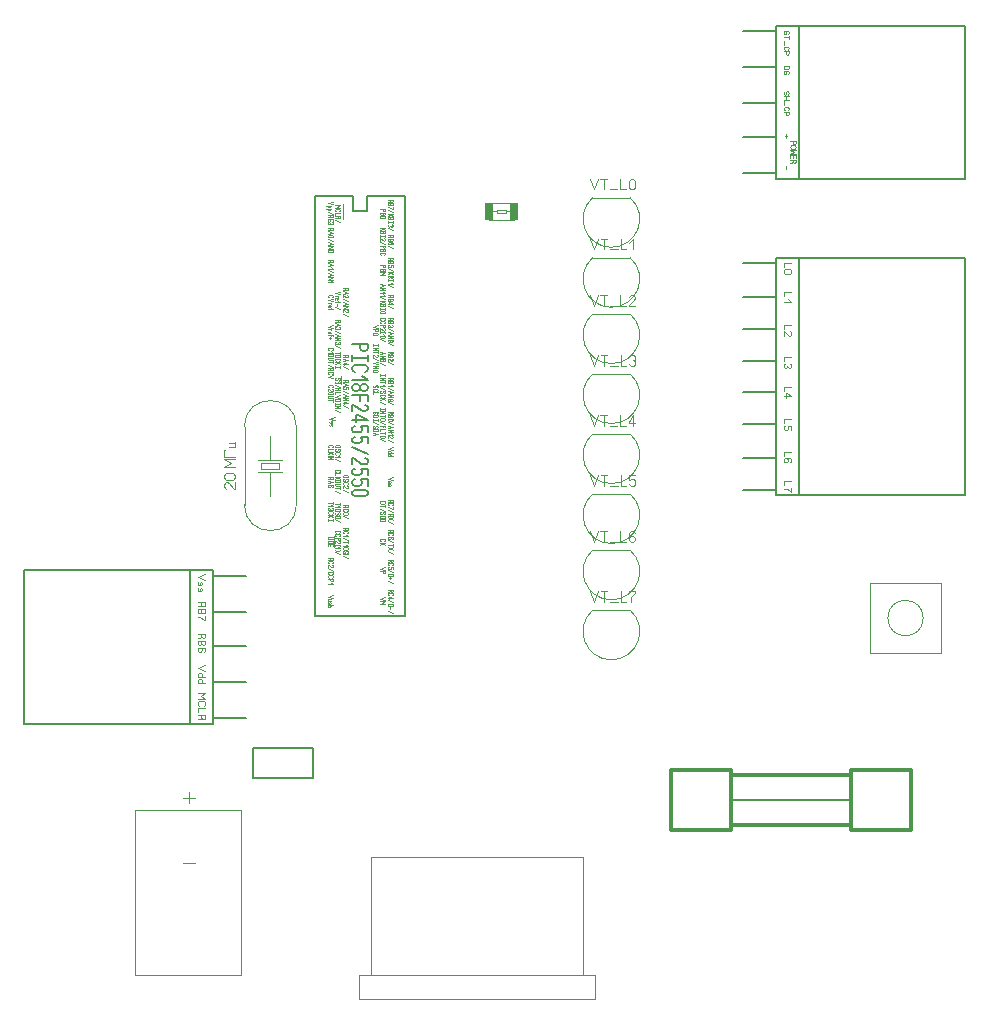
<source format=gbr>
%FSLAX34Y34*%
%MOMM*%
%LNSILK_TOP*%
G71*
G01*
%ADD10C, 0.20*%
%ADD11C, 0.06*%
%ADD12C, 0.10*%
%ADD13C, 0.06*%
%ADD14C, 0.17*%
%ADD15C, 0.11*%
%ADD16C, 0.00*%
%ADD17C, 0.08*%
%ADD18C, 0.15*%
%ADD19C, 0.05*%
%ADD20C, 0.30*%
%LPD*%
G54D10*
X275431Y-240500D02*
X307231Y-240500D01*
X307231Y-253200D01*
X319831Y-253200D01*
X319831Y-240500D01*
X351631Y-240500D01*
X351631Y-596100D01*
X275431Y-596100D01*
X275431Y-240500D01*
G54D11*
X292481Y-248000D02*
X296926Y-248000D01*
X294148Y-249111D01*
X296926Y-250222D01*
X292481Y-250222D01*
G54D11*
X293315Y-253222D02*
X292759Y-253000D01*
X292481Y-252555D01*
X292481Y-252111D01*
X292759Y-251666D01*
X293315Y-251444D01*
X296092Y-251444D01*
X296648Y-251666D01*
X296926Y-252111D01*
X296926Y-252555D01*
X296648Y-253000D01*
X296092Y-253222D01*
G54D11*
X296926Y-254444D02*
X292481Y-254444D01*
X292481Y-256000D01*
G54D11*
X294704Y-258111D02*
X294148Y-258778D01*
X293592Y-259000D01*
X292481Y-259000D01*
G54D11*
X292481Y-257222D02*
X296926Y-257222D01*
X296926Y-258333D01*
X296648Y-258778D01*
X296092Y-259000D01*
X295537Y-259000D01*
X294981Y-258778D01*
X294704Y-258333D01*
X294704Y-257222D01*
G54D11*
X292481Y-260222D02*
X296926Y-262000D01*
G54D12*
X299281Y-246800D02*
X299281Y-259600D01*
G54D13*
X288331Y-267900D02*
X287831Y-268600D01*
X287231Y-268800D01*
X286131Y-268800D01*
G54D13*
X286131Y-267000D02*
X290531Y-267000D01*
X290531Y-268100D01*
X290331Y-268600D01*
X289731Y-268800D01*
X289231Y-268800D01*
X288631Y-268600D01*
X288331Y-268100D01*
X288331Y-267000D01*
G54D13*
X286131Y-270000D02*
X290531Y-271100D01*
X286131Y-272200D01*
G54D13*
X287831Y-270400D02*
X287831Y-271800D01*
G54D13*
X289731Y-275200D02*
X286931Y-275200D01*
X286431Y-275000D01*
X286131Y-274500D01*
X286131Y-274100D01*
X286431Y-273600D01*
X286931Y-273400D01*
X289731Y-273400D01*
X290331Y-273600D01*
X290531Y-274100D01*
X290531Y-274500D01*
X290331Y-275000D01*
X289731Y-275200D01*
G54D13*
X286131Y-276400D02*
X290531Y-278200D01*
G54D13*
X286131Y-279400D02*
X290531Y-280500D01*
X286131Y-281600D01*
G54D13*
X287831Y-279800D02*
X287831Y-281200D01*
G54D13*
X286131Y-282800D02*
X290531Y-282800D01*
X286131Y-284600D01*
X290531Y-284600D01*
G54D13*
X289731Y-287600D02*
X286931Y-287600D01*
X286431Y-287400D01*
X286131Y-286900D01*
X286131Y-286500D01*
X286431Y-286000D01*
X286931Y-285800D01*
X289731Y-285800D01*
X290331Y-286000D01*
X290531Y-286500D01*
X290531Y-286900D01*
X290331Y-287400D01*
X289731Y-287600D01*
G54D13*
X288231Y-294900D02*
X287731Y-295600D01*
X287131Y-295800D01*
X286031Y-295800D01*
G54D13*
X286031Y-294000D02*
X290431Y-294000D01*
X290431Y-295100D01*
X290231Y-295600D01*
X289631Y-295800D01*
X289131Y-295800D01*
X288531Y-295600D01*
X288231Y-295100D01*
X288231Y-294000D01*
G54D13*
X286031Y-297000D02*
X290431Y-298100D01*
X286031Y-299200D01*
G54D13*
X287731Y-297400D02*
X287731Y-298800D01*
G54D13*
X288831Y-300400D02*
X290431Y-301500D01*
X286031Y-301500D01*
G54D13*
X286031Y-302700D02*
X290431Y-304500D01*
G54D13*
X286031Y-305700D02*
X290431Y-306800D01*
X286031Y-307900D01*
G54D13*
X287731Y-306100D02*
X287731Y-307500D01*
G54D13*
X286031Y-309100D02*
X290431Y-309100D01*
X286031Y-310900D01*
X290431Y-310900D01*
G54D13*
X288831Y-312100D02*
X290431Y-313200D01*
X286031Y-313200D01*
G54D11*
X286965Y-325978D02*
X286409Y-325756D01*
X286131Y-325311D01*
X286131Y-324867D01*
X286409Y-324422D01*
X286965Y-324200D01*
X289742Y-324200D01*
X290298Y-324422D01*
X290576Y-324867D01*
X290576Y-325311D01*
X290298Y-325756D01*
X289742Y-325978D01*
G54D11*
X290576Y-327200D02*
X286131Y-328311D01*
X290576Y-329422D01*
G54D11*
X286131Y-330644D02*
X288631Y-330644D01*
G54D11*
X288076Y-330644D02*
X288631Y-331088D01*
X288631Y-331533D01*
G54D11*
X286409Y-334088D02*
X286131Y-333733D01*
X286131Y-333288D01*
X286409Y-332844D01*
X286965Y-332755D01*
X287909Y-332755D01*
X288465Y-332977D01*
X288631Y-333422D01*
X288465Y-333866D01*
X288076Y-334088D01*
X287520Y-334088D01*
X287520Y-332755D01*
G54D11*
X286131Y-335754D02*
X290298Y-335754D01*
X290576Y-335977D01*
X290409Y-336199D01*
G54D11*
X288631Y-335310D02*
X288631Y-336199D01*
G54D13*
X294631Y-345700D02*
X294131Y-346400D01*
X293531Y-346600D01*
X292431Y-346600D01*
G54D13*
X292431Y-344800D02*
X296831Y-344800D01*
X296831Y-345900D01*
X296631Y-346400D01*
X296031Y-346600D01*
X295531Y-346600D01*
X294931Y-346400D01*
X294631Y-345900D01*
X294631Y-344800D01*
G54D13*
X292431Y-347800D02*
X296831Y-348900D01*
X292431Y-350000D01*
G54D13*
X294131Y-348200D02*
X294131Y-349600D01*
G54D13*
X296031Y-351200D02*
X296631Y-351400D01*
X296831Y-351900D01*
X296831Y-352300D01*
X296631Y-352800D01*
X296031Y-353000D01*
X295531Y-353000D01*
X294931Y-352800D01*
X294631Y-352300D01*
X294331Y-352800D01*
X293831Y-353000D01*
X293231Y-353000D01*
X292731Y-352800D01*
X292431Y-352300D01*
X292431Y-351900D01*
X292731Y-351400D01*
X293231Y-351200D01*
G54D13*
X292431Y-354200D02*
X296831Y-356000D01*
G54D13*
X292431Y-357200D02*
X296831Y-358300D01*
X292431Y-359400D01*
G54D13*
X294131Y-357600D02*
X294131Y-359000D01*
G54D13*
X292431Y-360600D02*
X296831Y-360600D01*
X292431Y-362400D01*
X296831Y-362400D01*
G54D13*
X296031Y-363600D02*
X296631Y-363800D01*
X296831Y-364300D01*
X296831Y-364700D01*
X296631Y-365200D01*
X296031Y-365400D01*
X295531Y-365400D01*
X294931Y-365200D01*
X294631Y-364700D01*
X294331Y-365200D01*
X293831Y-365400D01*
X293231Y-365400D01*
X292731Y-365200D01*
X292431Y-364700D01*
X292431Y-364300D01*
X292731Y-363800D01*
X293231Y-363600D01*
G54D13*
X292431Y-366600D02*
X296831Y-368400D01*
G54D13*
X290531Y-349600D02*
X286131Y-350700D01*
X290531Y-351800D01*
G54D13*
X286131Y-353000D02*
X288631Y-353000D01*
G54D13*
X288031Y-353000D02*
X288631Y-353400D01*
X288631Y-353900D01*
G54D13*
X286431Y-356400D02*
X286131Y-356100D01*
X286131Y-355600D01*
X286431Y-355200D01*
X286931Y-355100D01*
X287931Y-355100D01*
X288431Y-355300D01*
X288631Y-355800D01*
X288431Y-356200D01*
X288031Y-356400D01*
X287531Y-356400D01*
X287531Y-355100D01*
G54D13*
X286131Y-358000D02*
X290331Y-358000D01*
X290531Y-358300D01*
X290431Y-358500D01*
G54D13*
X288631Y-357600D02*
X288631Y-358500D01*
G54D13*
X288031Y-359700D02*
X288031Y-361500D01*
G54D13*
X289231Y-360600D02*
X286931Y-360600D01*
G54D11*
X286965Y-370378D02*
X286409Y-370156D01*
X286131Y-369711D01*
X286131Y-369267D01*
X286409Y-368822D01*
X286965Y-368600D01*
X289742Y-368600D01*
X290298Y-368822D01*
X290576Y-369267D01*
X290576Y-369711D01*
X290298Y-370156D01*
X289742Y-370378D01*
G54D11*
X288909Y-371600D02*
X290576Y-372711D01*
X286131Y-372711D01*
G54D11*
X289742Y-375711D02*
X286965Y-375711D01*
X286409Y-375488D01*
X286131Y-375044D01*
X286131Y-374600D01*
X286409Y-374155D01*
X286965Y-373933D01*
X289742Y-373933D01*
X290298Y-374155D01*
X290576Y-374600D01*
X290576Y-375044D01*
X290298Y-375488D01*
X289742Y-375711D01*
G54D11*
X290576Y-376933D02*
X286965Y-376933D01*
X286409Y-377155D01*
X286131Y-377600D01*
X286131Y-378044D01*
X286409Y-378488D01*
X286965Y-378711D01*
X290576Y-378711D01*
G54D11*
X286131Y-380822D02*
X290576Y-380822D01*
G54D11*
X290576Y-379933D02*
X290576Y-381711D01*
G54D11*
X286131Y-382933D02*
X290576Y-384711D01*
G54D11*
X288354Y-386822D02*
X287798Y-387488D01*
X287242Y-387711D01*
X286131Y-387711D01*
G54D11*
X286131Y-385933D02*
X290576Y-385933D01*
X290576Y-387044D01*
X290298Y-387488D01*
X289742Y-387711D01*
X289187Y-387711D01*
X288631Y-387488D01*
X288354Y-387044D01*
X288354Y-385933D01*
G54D11*
X286965Y-390711D02*
X286409Y-390488D01*
X286131Y-390044D01*
X286131Y-389600D01*
X286409Y-389155D01*
X286965Y-388933D01*
X289742Y-388933D01*
X290298Y-389155D01*
X290576Y-389600D01*
X290576Y-390044D01*
X290298Y-390488D01*
X289742Y-390711D01*
G54D11*
X290576Y-391933D02*
X286131Y-393044D01*
X290576Y-394155D01*
G54D13*
X300981Y-396500D02*
X300481Y-397200D01*
X299881Y-397400D01*
X298781Y-397400D01*
G54D13*
X298781Y-395600D02*
X303181Y-395600D01*
X303181Y-396700D01*
X302981Y-397200D01*
X302381Y-397400D01*
X301881Y-397400D01*
X301281Y-397200D01*
X300981Y-396700D01*
X300981Y-395600D01*
G54D13*
X298781Y-398600D02*
X303181Y-399700D01*
X298781Y-400800D01*
G54D13*
X300481Y-399000D02*
X300481Y-400400D01*
G54D13*
X303181Y-403800D02*
X303181Y-402000D01*
X301281Y-402000D01*
X301281Y-402200D01*
X301581Y-402700D01*
X301581Y-403100D01*
X301281Y-403600D01*
X300681Y-403800D01*
X299581Y-403800D01*
X299081Y-403600D01*
X298781Y-403100D01*
X298781Y-402700D01*
X299081Y-402200D01*
X299581Y-402000D01*
G54D13*
X298781Y-405000D02*
X303181Y-406800D01*
G54D13*
X298781Y-408000D02*
X303181Y-409100D01*
X298781Y-410200D01*
G54D13*
X300481Y-408400D02*
X300481Y-409800D01*
G54D13*
X298781Y-411400D02*
X303181Y-411400D01*
X298781Y-413200D01*
X303181Y-413200D01*
G54D13*
X298781Y-415700D02*
X303181Y-415700D01*
X300481Y-414400D01*
X299881Y-414400D01*
X299881Y-416200D01*
G54D13*
X298781Y-417400D02*
X303181Y-419200D01*
G54D11*
X293315Y-393975D02*
X292759Y-394197D01*
X292481Y-394642D01*
X292481Y-395086D01*
X292759Y-395530D01*
X293315Y-395753D01*
X293870Y-395753D01*
X294426Y-395530D01*
X294704Y-395086D01*
X294704Y-394642D01*
X294981Y-394197D01*
X295537Y-393975D01*
X296092Y-393975D01*
X296648Y-394197D01*
X296926Y-394642D01*
X296926Y-395086D01*
X296648Y-395530D01*
X296092Y-395753D01*
G54D11*
X293315Y-396975D02*
X292759Y-397197D01*
X292481Y-397642D01*
X292481Y-398086D01*
X292759Y-398530D01*
X293315Y-398753D01*
X293870Y-398753D01*
X294426Y-398530D01*
X294704Y-398086D01*
X294704Y-397642D01*
X294981Y-397197D01*
X295537Y-396975D01*
X296092Y-396975D01*
X296648Y-397197D01*
X296926Y-397642D01*
X296926Y-398086D01*
X296648Y-398530D01*
X296092Y-398753D01*
G54D11*
X292481Y-399975D02*
X296926Y-401753D01*
G54D11*
X292481Y-402975D02*
X296926Y-402975D01*
G54D11*
X292481Y-404753D02*
X296926Y-404753D01*
G54D11*
X294704Y-402975D02*
X294704Y-404753D01*
G54D11*
X296926Y-405975D02*
X292481Y-405975D01*
X292481Y-407530D01*
G54D11*
X296926Y-408753D02*
X292481Y-409864D01*
X296926Y-410975D01*
G54D11*
X292481Y-412197D02*
X296926Y-412197D01*
X296926Y-413308D01*
X296648Y-413752D01*
X296092Y-413975D01*
X293315Y-413975D01*
X292759Y-413752D01*
X292481Y-413308D01*
X292481Y-412197D01*
G54D11*
X292481Y-415197D02*
X292481Y-416975D01*
G54D11*
X292481Y-416086D02*
X296926Y-416086D01*
G54D11*
X296926Y-415197D02*
X296926Y-416975D01*
G54D11*
X292481Y-418197D02*
X296926Y-418197D01*
X292481Y-419975D01*
X296926Y-419975D01*
G54D11*
X292481Y-421197D02*
X296926Y-422975D01*
G54D12*
X297681Y-392875D02*
X297681Y-399275D01*
G54D13*
X292031Y-427400D02*
X287631Y-428500D01*
X292031Y-429600D01*
G54D13*
X287931Y-430800D02*
X287631Y-431200D01*
X287631Y-431700D01*
X287931Y-432100D01*
X288431Y-432100D01*
X288731Y-431900D01*
X289031Y-431000D01*
X289331Y-430800D01*
X289831Y-430800D01*
X290131Y-431200D01*
X290131Y-431700D01*
X289831Y-432100D01*
G54D13*
X287931Y-433300D02*
X287631Y-433700D01*
X287631Y-434200D01*
X287931Y-434600D01*
X288431Y-434600D01*
X288731Y-434400D01*
X289031Y-433500D01*
X289331Y-433300D01*
X289831Y-433300D01*
X290131Y-433700D01*
X290131Y-434200D01*
X289831Y-434600D01*
G54D11*
X301041Y-502926D02*
X300486Y-503593D01*
X299930Y-503815D01*
X298819Y-503815D01*
G54D11*
X298819Y-502038D02*
X303263Y-502038D01*
X303263Y-503149D01*
X302986Y-503593D01*
X302430Y-503815D01*
X301874Y-503815D01*
X301319Y-503593D01*
X301041Y-503149D01*
X301041Y-502038D01*
G54D11*
X299652Y-506815D02*
X299097Y-506593D01*
X298819Y-506149D01*
X298819Y-505704D01*
X299097Y-505260D01*
X299652Y-505038D01*
X302430Y-505038D01*
X302986Y-505260D01*
X303263Y-505704D01*
X303263Y-506149D01*
X302986Y-506593D01*
X302430Y-506815D01*
G54D11*
X302430Y-509815D02*
X299652Y-509815D01*
X299097Y-509593D01*
X298819Y-509149D01*
X298819Y-508704D01*
X299097Y-508260D01*
X299652Y-508038D01*
X302430Y-508038D01*
X302986Y-508260D01*
X303263Y-508704D01*
X303263Y-509149D01*
X302986Y-509593D01*
X302430Y-509815D01*
G54D11*
X298819Y-511038D02*
X303263Y-512815D01*
G54D11*
X286069Y-499714D02*
X290513Y-499714D01*
G54D11*
X290513Y-498825D02*
X290513Y-500603D01*
G54D11*
X288847Y-501825D02*
X290513Y-502936D01*
X286069Y-502936D01*
G54D11*
X289680Y-504158D02*
X290236Y-504380D01*
X290513Y-504825D01*
X290513Y-505269D01*
X290236Y-505714D01*
X289680Y-505936D01*
X289124Y-505936D01*
X288569Y-505714D01*
X288291Y-505269D01*
X288013Y-505714D01*
X287458Y-505936D01*
X286902Y-505936D01*
X286347Y-505714D01*
X286069Y-505269D01*
X286069Y-504825D01*
X286347Y-504380D01*
X286902Y-504158D01*
G54D11*
X286902Y-508936D02*
X286347Y-508714D01*
X286069Y-508269D01*
X286069Y-507825D01*
X286347Y-507380D01*
X286902Y-507158D01*
X289680Y-507158D01*
X290236Y-507380D01*
X290513Y-507825D01*
X290513Y-508269D01*
X290236Y-508714D01*
X289680Y-508936D01*
G54D11*
X286069Y-510158D02*
X290513Y-510158D01*
G54D11*
X287458Y-510158D02*
X290513Y-511936D01*
G54D11*
X288291Y-510825D02*
X286069Y-511936D01*
G54D11*
X286069Y-513158D02*
X286069Y-514936D01*
G54D11*
X286069Y-514047D02*
X290513Y-514047D01*
G54D11*
X290513Y-513158D02*
X290513Y-514936D01*
G54D13*
X302481Y-478400D02*
X299681Y-478400D01*
X299181Y-478200D01*
X298881Y-477700D01*
X298881Y-477300D01*
X299181Y-476800D01*
X299681Y-476600D01*
X302481Y-476600D01*
X303081Y-476800D01*
X303281Y-477300D01*
X303281Y-477700D01*
X303081Y-478200D01*
X302481Y-478400D01*
G54D13*
X299681Y-479600D02*
X299181Y-479800D01*
X298881Y-480300D01*
X298881Y-480700D01*
X299181Y-481200D01*
X299681Y-481400D01*
X300281Y-481400D01*
X300781Y-481200D01*
X301081Y-480700D01*
X301081Y-480300D01*
X301381Y-479800D01*
X301981Y-479600D01*
X302481Y-479600D01*
X303081Y-479800D01*
X303281Y-480300D01*
X303281Y-480700D01*
X303081Y-481200D01*
X302481Y-481400D01*
G54D13*
X299681Y-484400D02*
X299181Y-484200D01*
X298881Y-483700D01*
X298881Y-483300D01*
X299181Y-482800D01*
X299681Y-482600D01*
X302481Y-482600D01*
X303081Y-482800D01*
X303281Y-483300D01*
X303281Y-483700D01*
X303081Y-484200D01*
X302481Y-484400D01*
G54D13*
X298881Y-487400D02*
X298881Y-485600D01*
X299181Y-485600D01*
X299681Y-485800D01*
X301381Y-487200D01*
X301981Y-487400D01*
X302481Y-487400D01*
X303081Y-487200D01*
X303281Y-486700D01*
X303281Y-486300D01*
X303081Y-485800D01*
X302481Y-485600D01*
G54D13*
X298881Y-488600D02*
X303281Y-490400D01*
G54D11*
X293315Y-473603D02*
X292759Y-473381D01*
X292481Y-472936D01*
X292481Y-472492D01*
X292759Y-472047D01*
X293315Y-471825D01*
X296092Y-471825D01*
X296648Y-472047D01*
X296926Y-472492D01*
X296926Y-472936D01*
X296648Y-473381D01*
X296092Y-473603D01*
G54D11*
X296926Y-474825D02*
X292481Y-474825D01*
X292481Y-476381D01*
G54D11*
X292481Y-477603D02*
X296926Y-477603D01*
G54D11*
X293870Y-477603D02*
X296926Y-479381D01*
G54D11*
X294704Y-478270D02*
X292481Y-479381D01*
G54D11*
X296092Y-482381D02*
X293315Y-482381D01*
X292759Y-482159D01*
X292481Y-481714D01*
X292481Y-481270D01*
X292759Y-480825D01*
X293315Y-480603D01*
X296092Y-480603D01*
X296648Y-480825D01*
X296926Y-481270D01*
X296926Y-481714D01*
X296648Y-482159D01*
X296092Y-482381D01*
G54D11*
X296926Y-483603D02*
X293315Y-483603D01*
X292759Y-483825D01*
X292481Y-484270D01*
X292481Y-484714D01*
X292759Y-485159D01*
X293315Y-485381D01*
X296926Y-485381D01*
G54D11*
X292481Y-487492D02*
X296926Y-487492D01*
G54D11*
X296926Y-486603D02*
X296926Y-488381D01*
G54D11*
X292481Y-489603D02*
X296926Y-491381D01*
G54D13*
X296031Y-453000D02*
X293231Y-453000D01*
X292731Y-452800D01*
X292431Y-452300D01*
X292431Y-451900D01*
X292731Y-451400D01*
X293231Y-451200D01*
X296031Y-451200D01*
X296631Y-451400D01*
X296831Y-451900D01*
X296831Y-452300D01*
X296631Y-452800D01*
X296031Y-453000D01*
G54D13*
X293231Y-454200D02*
X292731Y-454400D01*
X292431Y-454900D01*
X292431Y-455300D01*
X292731Y-455800D01*
X293231Y-456000D01*
X293831Y-456000D01*
X294331Y-455800D01*
X294631Y-455300D01*
X294631Y-454900D01*
X294931Y-454400D01*
X295531Y-454200D01*
X296031Y-454200D01*
X296631Y-454400D01*
X296831Y-454900D01*
X296831Y-455300D01*
X296631Y-455800D01*
X296031Y-456000D01*
G54D13*
X293231Y-459000D02*
X292731Y-458800D01*
X292431Y-458300D01*
X292431Y-457900D01*
X292731Y-457400D01*
X293231Y-457200D01*
X296031Y-457200D01*
X296631Y-457400D01*
X296831Y-457900D01*
X296831Y-458300D01*
X296631Y-458800D01*
X296031Y-459000D01*
G54D13*
X295231Y-460200D02*
X296831Y-461300D01*
X292431Y-461300D01*
G54D13*
X292431Y-462500D02*
X296831Y-464300D01*
G54D13*
X286931Y-453000D02*
X286431Y-452800D01*
X286131Y-452300D01*
X286131Y-451900D01*
X286431Y-451400D01*
X286931Y-451200D01*
X289731Y-451200D01*
X290331Y-451400D01*
X290531Y-451900D01*
X290531Y-452300D01*
X290331Y-452800D01*
X289731Y-453000D01*
G54D13*
X290531Y-454200D02*
X286131Y-454200D01*
X286131Y-455800D01*
G54D13*
X286131Y-457000D02*
X290531Y-457000D01*
G54D13*
X287531Y-457000D02*
X290531Y-458800D01*
G54D13*
X288331Y-457700D02*
X286131Y-458800D01*
G54D13*
X286131Y-460000D02*
X290531Y-460000D01*
G54D13*
X286131Y-461200D02*
X290531Y-461200D01*
X286131Y-463000D01*
X290531Y-463000D01*
G54D13*
X300969Y-521900D02*
X300469Y-522600D01*
X299869Y-522800D01*
X298769Y-522800D01*
G54D13*
X298769Y-521000D02*
X303169Y-521000D01*
X303169Y-522100D01*
X302969Y-522600D01*
X302369Y-522800D01*
X301869Y-522800D01*
X301269Y-522600D01*
X300969Y-522100D01*
X300969Y-521000D01*
G54D13*
X299569Y-525800D02*
X299069Y-525600D01*
X298769Y-525100D01*
X298769Y-524700D01*
X299069Y-524200D01*
X299569Y-524000D01*
X302369Y-524000D01*
X302969Y-524200D01*
X303169Y-524700D01*
X303169Y-525100D01*
X302969Y-525600D01*
X302369Y-525800D01*
G54D13*
X301569Y-527000D02*
X303169Y-528100D01*
X298769Y-528100D01*
G54D13*
X298769Y-529300D02*
X303169Y-531100D01*
G54D13*
X298769Y-533200D02*
X303169Y-533200D01*
G54D13*
X303169Y-532300D02*
X303169Y-534100D01*
G54D13*
X301569Y-535300D02*
X303169Y-536400D01*
X298769Y-536400D01*
G54D13*
X302369Y-539400D02*
X299569Y-539400D01*
X299069Y-539200D01*
X298769Y-538700D01*
X298769Y-538300D01*
X299069Y-537800D01*
X299569Y-537600D01*
X302369Y-537600D01*
X302969Y-537800D01*
X303169Y-538300D01*
X303169Y-538700D01*
X302969Y-539200D01*
X302369Y-539400D01*
G54D13*
X299569Y-540600D02*
X299069Y-540800D01*
X298769Y-541300D01*
X298769Y-541700D01*
X299069Y-542200D01*
X299569Y-542400D01*
X300169Y-542400D01*
X300669Y-542200D01*
X300969Y-541700D01*
X300969Y-541300D01*
X301269Y-540800D01*
X301869Y-540600D01*
X302369Y-540600D01*
X302969Y-540800D01*
X303169Y-541300D01*
X303169Y-541700D01*
X302969Y-542200D01*
X302369Y-542400D01*
G54D13*
X298769Y-543600D02*
X303169Y-543600D01*
G54D13*
X298769Y-544800D02*
X303169Y-546600D01*
G54D13*
X288331Y-547300D02*
X287831Y-548000D01*
X287231Y-548200D01*
X286131Y-548200D01*
G54D13*
X286131Y-546400D02*
X290531Y-546400D01*
X290531Y-547500D01*
X290331Y-548000D01*
X289731Y-548200D01*
X289231Y-548200D01*
X288631Y-548000D01*
X288331Y-547500D01*
X288331Y-546400D01*
G54D13*
X286931Y-551200D02*
X286431Y-551000D01*
X286131Y-550500D01*
X286131Y-550100D01*
X286431Y-549600D01*
X286931Y-549400D01*
X289731Y-549400D01*
X290331Y-549600D01*
X290531Y-550100D01*
X290531Y-550500D01*
X290331Y-551000D01*
X289731Y-551200D01*
G54D13*
X286131Y-554200D02*
X286131Y-552400D01*
X286431Y-552400D01*
X286931Y-552600D01*
X288631Y-554000D01*
X289231Y-554200D01*
X289731Y-554200D01*
X290331Y-554000D01*
X290531Y-553500D01*
X290531Y-553100D01*
X290331Y-552600D01*
X289731Y-552400D01*
G54D13*
X286131Y-555400D02*
X290531Y-557200D01*
G54D13*
X286931Y-560200D02*
X286431Y-560000D01*
X286131Y-559500D01*
X286131Y-559100D01*
X286431Y-558600D01*
X286931Y-558400D01*
X289731Y-558400D01*
X290331Y-558600D01*
X290531Y-559100D01*
X290531Y-559500D01*
X290331Y-560000D01*
X289731Y-560200D01*
G54D13*
X286931Y-563200D02*
X286431Y-563000D01*
X286131Y-562500D01*
X286131Y-562100D01*
X286431Y-561600D01*
X286931Y-561400D01*
X289731Y-561400D01*
X290331Y-561600D01*
X290531Y-562100D01*
X290531Y-562500D01*
X290331Y-563000D01*
X289731Y-563200D01*
G54D13*
X286131Y-564400D02*
X290531Y-564400D01*
X290531Y-565500D01*
X290331Y-566000D01*
X289731Y-566200D01*
X289231Y-566200D01*
X288631Y-566000D01*
X288331Y-565500D01*
X288331Y-564400D01*
G54D13*
X288931Y-567400D02*
X290531Y-568500D01*
X286131Y-568500D01*
G54D11*
X290476Y-578200D02*
X286031Y-579311D01*
X290476Y-580422D01*
G54D11*
X288531Y-582977D02*
X286031Y-582977D01*
G54D11*
X286587Y-582977D02*
X286142Y-582755D01*
X286031Y-582311D01*
X286142Y-581866D01*
X286587Y-581644D01*
X288531Y-581644D01*
G54D11*
X286309Y-584199D02*
X286031Y-584644D01*
X286031Y-585088D01*
X286309Y-585532D01*
X286865Y-585532D01*
X287142Y-585310D01*
X287420Y-584421D01*
X287698Y-584199D01*
X288254Y-584199D01*
X288531Y-584644D01*
X288531Y-585088D01*
X288254Y-585532D01*
G54D11*
X286031Y-586754D02*
X290476Y-586754D01*
G54D11*
X287809Y-586754D02*
X288365Y-586976D01*
X288531Y-587421D01*
X288365Y-587865D01*
X287809Y-588087D01*
X286698Y-588087D01*
X286142Y-587865D01*
X286031Y-587421D01*
X286142Y-586976D01*
X286698Y-586754D01*
G54D11*
X339166Y-574289D02*
X338610Y-574956D01*
X338055Y-575178D01*
X336944Y-575178D01*
G54D11*
X336944Y-573400D02*
X341388Y-573400D01*
X341388Y-574511D01*
X341110Y-574956D01*
X340555Y-575178D01*
X339999Y-575178D01*
X339444Y-574956D01*
X339166Y-574511D01*
X339166Y-573400D01*
G54D11*
X337777Y-578178D02*
X337222Y-577956D01*
X336944Y-577511D01*
X336944Y-577067D01*
X337222Y-576622D01*
X337777Y-576400D01*
X340555Y-576400D01*
X341110Y-576622D01*
X341388Y-577067D01*
X341388Y-577511D01*
X341110Y-577956D01*
X340555Y-578178D01*
G54D11*
X336944Y-580733D02*
X341388Y-580733D01*
X338610Y-579400D01*
X338055Y-579400D01*
X338055Y-581178D01*
G54D11*
X336944Y-582400D02*
X341388Y-584178D01*
G54D11*
X336944Y-585400D02*
X341388Y-585400D01*
X341388Y-586511D01*
X341110Y-586956D01*
X340555Y-587178D01*
X337777Y-587178D01*
X337222Y-586956D01*
X336944Y-586511D01*
X336944Y-585400D01*
G54D11*
X338888Y-588400D02*
X338888Y-590178D01*
G54D11*
X336944Y-591400D02*
X341388Y-593178D01*
G54D11*
X334988Y-579800D02*
X330544Y-580911D01*
X334988Y-582022D01*
G54D11*
X330544Y-583244D02*
X334988Y-583244D01*
X332210Y-584355D01*
X334988Y-585466D01*
X330544Y-585466D01*
G54D13*
X339144Y-523500D02*
X338644Y-524200D01*
X338044Y-524400D01*
X336944Y-524400D01*
G54D13*
X336944Y-522600D02*
X341344Y-522600D01*
X341344Y-523700D01*
X341144Y-524200D01*
X340544Y-524400D01*
X340044Y-524400D01*
X339444Y-524200D01*
X339144Y-523700D01*
X339144Y-522600D01*
G54D13*
X337744Y-527400D02*
X337244Y-527200D01*
X336944Y-526700D01*
X336944Y-526300D01*
X337244Y-525800D01*
X337744Y-525600D01*
X340544Y-525600D01*
X341144Y-525800D01*
X341344Y-526300D01*
X341344Y-526700D01*
X341144Y-527200D01*
X340544Y-527400D01*
G54D13*
X340544Y-530400D02*
X341144Y-530200D01*
X341344Y-529700D01*
X341344Y-529300D01*
X341144Y-528800D01*
X340544Y-528600D01*
X339144Y-528600D01*
X338844Y-528600D01*
X339444Y-529300D01*
X339444Y-529700D01*
X339144Y-530200D01*
X338644Y-530400D01*
X337744Y-530400D01*
X337244Y-530200D01*
X336944Y-529700D01*
X336944Y-529300D01*
X337244Y-528800D01*
X337744Y-528600D01*
X339144Y-528600D01*
G54D13*
X336944Y-531600D02*
X341344Y-533400D01*
G54D13*
X336944Y-535500D02*
X341344Y-535500D01*
G54D13*
X341344Y-534600D02*
X341344Y-536400D01*
G54D13*
X341344Y-537600D02*
X336944Y-539800D01*
G54D13*
X336944Y-537600D02*
X341344Y-539800D01*
G54D13*
X336944Y-541000D02*
X341344Y-542800D01*
G54D13*
X331344Y-532300D02*
X330844Y-532100D01*
X330544Y-531600D01*
X330544Y-531200D01*
X330844Y-530700D01*
X331344Y-530500D01*
X334144Y-530500D01*
X334744Y-530700D01*
X334944Y-531200D01*
X334944Y-531600D01*
X334744Y-532100D01*
X334144Y-532300D01*
G54D13*
X330544Y-533500D02*
X334944Y-533500D01*
G54D13*
X331944Y-533500D02*
X334944Y-535300D01*
G54D13*
X332744Y-534200D02*
X330544Y-535300D01*
G54D13*
X339044Y-498100D02*
X338544Y-498800D01*
X337944Y-499000D01*
X336844Y-499000D01*
G54D13*
X336844Y-497200D02*
X341244Y-497200D01*
X341244Y-498300D01*
X341044Y-498800D01*
X340444Y-499000D01*
X339944Y-499000D01*
X339344Y-498800D01*
X339044Y-498300D01*
X339044Y-497200D01*
G54D13*
X337644Y-502000D02*
X337144Y-501800D01*
X336844Y-501300D01*
X336844Y-500900D01*
X337144Y-500400D01*
X337644Y-500200D01*
X340444Y-500200D01*
X341044Y-500400D01*
X341244Y-500900D01*
X341244Y-501300D01*
X341044Y-501800D01*
X340444Y-502000D01*
G54D13*
X341244Y-503200D02*
X341244Y-505000D01*
X340744Y-504800D01*
X339944Y-504300D01*
X338744Y-503900D01*
X337944Y-503600D01*
X336844Y-503600D01*
G54D13*
X336844Y-506200D02*
X341244Y-508000D01*
G54D13*
X339044Y-510100D02*
X338544Y-510800D01*
X337944Y-511000D01*
X336844Y-511000D01*
G54D13*
X336844Y-509200D02*
X341244Y-509200D01*
X341244Y-510300D01*
X341044Y-510800D01*
X340444Y-511000D01*
X339944Y-511000D01*
X339344Y-510800D01*
X339044Y-510300D01*
X339044Y-509200D01*
G54D13*
X341244Y-512200D02*
X336844Y-514400D01*
G54D13*
X336844Y-512200D02*
X341244Y-514400D01*
G54D13*
X336844Y-515600D02*
X341244Y-517400D01*
G54D11*
X330544Y-498750D02*
X334988Y-498750D01*
X334988Y-499861D01*
X334710Y-500306D01*
X334155Y-500528D01*
X331377Y-500528D01*
X330822Y-500306D01*
X330544Y-499861D01*
X330544Y-498750D01*
G54D11*
X330544Y-502639D02*
X334988Y-502639D01*
G54D11*
X334988Y-501750D02*
X334988Y-503528D01*
G54D11*
X330544Y-504750D02*
X334988Y-506528D01*
G54D11*
X331377Y-507750D02*
X330822Y-507972D01*
X330544Y-508417D01*
X330544Y-508861D01*
X330822Y-509306D01*
X331377Y-509528D01*
X331933Y-509528D01*
X332488Y-509306D01*
X332766Y-508861D01*
X332766Y-508417D01*
X333044Y-507972D01*
X333599Y-507750D01*
X334155Y-507750D01*
X334710Y-507972D01*
X334988Y-508417D01*
X334988Y-508861D01*
X334710Y-509306D01*
X334155Y-509528D01*
G54D11*
X330544Y-510750D02*
X334988Y-510750D01*
X334988Y-511861D01*
X334710Y-512306D01*
X334155Y-512528D01*
X331377Y-512528D01*
X330822Y-512306D01*
X330544Y-511861D01*
X330544Y-510750D01*
G54D11*
X334155Y-515528D02*
X331377Y-515528D01*
X330822Y-515306D01*
X330544Y-514861D01*
X330544Y-514417D01*
X330822Y-513972D01*
X331377Y-513750D01*
X334155Y-513750D01*
X334710Y-513972D01*
X334988Y-514417D01*
X334988Y-514861D01*
X334710Y-515306D01*
X334155Y-515528D01*
G54D13*
X341244Y-478200D02*
X336844Y-479300D01*
X341244Y-480400D01*
G54D13*
X337144Y-481600D02*
X336844Y-482000D01*
X336844Y-482500D01*
X337144Y-482900D01*
X337644Y-482900D01*
X337944Y-482700D01*
X338244Y-481800D01*
X338544Y-481600D01*
X339044Y-481600D01*
X339344Y-482000D01*
X339344Y-482500D01*
X339044Y-482900D01*
G54D13*
X337144Y-484100D02*
X336844Y-484500D01*
X336844Y-485000D01*
X337144Y-485400D01*
X337644Y-485400D01*
X337944Y-485200D01*
X338244Y-484300D01*
X338544Y-484100D01*
X339044Y-484100D01*
X339344Y-484500D01*
X339344Y-485000D01*
X339044Y-485400D01*
G54D13*
X341244Y-452800D02*
X336844Y-453900D01*
X341244Y-455000D01*
G54D13*
X336844Y-457500D02*
X341244Y-457500D01*
G54D13*
X338644Y-457500D02*
X339144Y-457300D01*
X339344Y-456900D01*
X339144Y-456400D01*
X338644Y-456200D01*
X337544Y-456200D01*
X336944Y-456400D01*
X336844Y-456900D01*
X336944Y-457300D01*
X337544Y-457500D01*
G54D13*
X336844Y-460000D02*
X341244Y-460000D01*
G54D13*
X338644Y-460000D02*
X339144Y-459800D01*
X339344Y-459400D01*
X339144Y-458900D01*
X338644Y-458700D01*
X337544Y-458700D01*
X336944Y-458900D01*
X336844Y-459400D01*
X336944Y-459800D01*
X337544Y-460000D01*
G54D11*
X339066Y-423489D02*
X338510Y-424156D01*
X337955Y-424378D01*
X336844Y-424378D01*
G54D11*
X336844Y-422600D02*
X341288Y-422600D01*
X341288Y-423711D01*
X341010Y-424156D01*
X340455Y-424378D01*
X339899Y-424378D01*
X339344Y-424156D01*
X339066Y-423711D01*
X339066Y-422600D01*
G54D11*
X336844Y-425600D02*
X341288Y-425600D01*
X341288Y-426711D01*
X341010Y-427156D01*
X340455Y-427378D01*
X339899Y-427378D01*
X339344Y-427156D01*
X339066Y-426711D01*
X338788Y-427156D01*
X338233Y-427378D01*
X337677Y-427378D01*
X337122Y-427156D01*
X336844Y-426711D01*
X336844Y-425600D01*
G54D11*
X339066Y-425600D02*
X339066Y-426711D01*
G54D11*
X340455Y-430378D02*
X337677Y-430378D01*
X337122Y-430156D01*
X336844Y-429711D01*
X336844Y-429267D01*
X337122Y-428822D01*
X337677Y-428600D01*
X340455Y-428600D01*
X341010Y-428822D01*
X341288Y-429267D01*
X341288Y-429711D01*
X341010Y-430156D01*
X340455Y-430378D01*
G54D11*
X336844Y-431600D02*
X341288Y-433378D01*
G54D11*
X336844Y-434600D02*
X341288Y-435711D01*
X336844Y-436822D01*
G54D11*
X338510Y-435044D02*
X338510Y-436378D01*
G54D11*
X336844Y-438044D02*
X341288Y-438044D01*
X336844Y-439822D01*
X341288Y-439822D01*
G54D11*
X339622Y-441044D02*
X341288Y-442155D01*
X336844Y-442155D01*
G54D11*
X336844Y-445155D02*
X336844Y-443377D01*
X337122Y-443377D01*
X337677Y-443599D01*
X339344Y-444932D01*
X339899Y-445155D01*
X340455Y-445155D01*
X341010Y-444932D01*
X341288Y-444488D01*
X341288Y-444044D01*
X341010Y-443599D01*
X340455Y-443377D01*
G54D11*
X336844Y-446377D02*
X341288Y-448155D01*
G54D14*
X306831Y-365600D02*
X320165Y-365600D01*
X320165Y-368933D01*
X319331Y-370267D01*
X317665Y-370933D01*
X315998Y-370933D01*
X314331Y-370267D01*
X313498Y-368933D01*
X313498Y-365600D01*
G54D14*
X306831Y-374600D02*
X306831Y-379933D01*
G54D14*
X306831Y-377267D02*
X320165Y-377267D01*
G54D14*
X320165Y-374600D02*
X320165Y-379933D01*
G54D14*
X309331Y-388933D02*
X307665Y-388267D01*
X306831Y-386933D01*
X306831Y-385600D01*
X307665Y-384267D01*
X309331Y-383600D01*
X317665Y-383600D01*
X319331Y-384267D01*
X320165Y-385600D01*
X320165Y-386933D01*
X319331Y-388267D01*
X317665Y-388933D01*
G54D14*
X315165Y-392600D02*
X320165Y-395933D01*
X306831Y-395933D01*
G54D14*
X313498Y-402933D02*
X313498Y-401600D01*
X314331Y-400267D01*
X315998Y-399600D01*
X317665Y-399600D01*
X319331Y-400267D01*
X320165Y-401600D01*
X320165Y-402933D01*
X319331Y-404267D01*
X317665Y-404933D01*
X315998Y-404933D01*
X314331Y-404267D01*
X313498Y-402933D01*
X312665Y-404267D01*
X310998Y-404933D01*
X309331Y-404933D01*
X307665Y-404267D01*
X306831Y-402933D01*
X306831Y-401600D01*
X307665Y-400267D01*
X309331Y-399600D01*
X310998Y-399600D01*
X312665Y-400267D01*
X313498Y-401600D01*
G54D14*
X306831Y-408600D02*
X320165Y-408600D01*
X320165Y-413267D01*
G54D14*
X313498Y-408600D02*
X313498Y-413267D01*
G54D14*
X306831Y-422267D02*
X306831Y-416934D01*
X307665Y-416934D01*
X309331Y-417601D01*
X314331Y-421601D01*
X315998Y-422267D01*
X317665Y-422267D01*
X319331Y-421601D01*
X320165Y-420267D01*
X320165Y-418934D01*
X319331Y-417601D01*
X317665Y-416934D01*
G54D14*
X306831Y-429934D02*
X320165Y-429934D01*
X311831Y-425934D01*
X310165Y-425934D01*
X310165Y-431267D01*
G54D14*
X320165Y-440267D02*
X320165Y-434934D01*
X314331Y-434934D01*
X314331Y-435601D01*
X315165Y-436934D01*
X315165Y-438267D01*
X314331Y-439601D01*
X312665Y-440267D01*
X309331Y-440267D01*
X307665Y-439601D01*
X306831Y-438267D01*
X306831Y-436934D01*
X307665Y-435601D01*
X309331Y-434934D01*
G54D14*
X320165Y-449267D02*
X320165Y-443934D01*
X314331Y-443934D01*
X314331Y-444601D01*
X315165Y-445934D01*
X315165Y-447267D01*
X314331Y-448601D01*
X312665Y-449267D01*
X309331Y-449267D01*
X307665Y-448601D01*
X306831Y-447267D01*
X306831Y-445934D01*
X307665Y-444601D01*
X309331Y-443934D01*
G54D14*
X306831Y-452934D02*
X320165Y-458267D01*
G54D14*
X306831Y-467267D02*
X306831Y-461934D01*
X307665Y-461934D01*
X309331Y-462601D01*
X314331Y-466601D01*
X315998Y-467267D01*
X317665Y-467267D01*
X319331Y-466601D01*
X320165Y-465267D01*
X320165Y-463934D01*
X319331Y-462601D01*
X317665Y-461934D01*
G54D14*
X320165Y-476267D02*
X320165Y-470934D01*
X314331Y-470934D01*
X314331Y-471601D01*
X315165Y-472934D01*
X315165Y-474267D01*
X314331Y-475601D01*
X312665Y-476267D01*
X309331Y-476267D01*
X307665Y-475601D01*
X306831Y-474267D01*
X306831Y-472934D01*
X307665Y-471601D01*
X309331Y-470934D01*
G54D14*
X320165Y-485267D02*
X320165Y-479934D01*
X314331Y-479934D01*
X314331Y-480601D01*
X315165Y-481934D01*
X315165Y-483267D01*
X314331Y-484601D01*
X312665Y-485267D01*
X309331Y-485267D01*
X307665Y-484601D01*
X306831Y-483267D01*
X306831Y-481934D01*
X307665Y-480601D01*
X309331Y-479934D01*
G54D14*
X317665Y-494267D02*
X309331Y-494267D01*
X307665Y-493601D01*
X306831Y-492267D01*
X306831Y-490934D01*
X307665Y-489601D01*
X309331Y-488934D01*
X317665Y-488934D01*
X319331Y-489601D01*
X320165Y-490934D01*
X320165Y-492267D01*
X319331Y-493601D01*
X317665Y-494267D01*
G54D11*
X290576Y-244825D02*
X286131Y-245936D01*
X290576Y-247047D01*
G54D11*
X288631Y-248269D02*
X285020Y-248269D01*
G54D11*
X286965Y-248269D02*
X286242Y-248491D01*
X286131Y-248936D01*
X286242Y-249380D01*
X286798Y-249602D01*
X287909Y-249602D01*
X288465Y-249380D01*
X288631Y-248936D01*
X288465Y-248491D01*
X287798Y-248269D01*
G54D11*
X288631Y-250824D02*
X285020Y-250824D01*
G54D11*
X286965Y-250824D02*
X286242Y-251046D01*
X286131Y-251491D01*
X286242Y-251935D01*
X286798Y-252157D01*
X287909Y-252157D01*
X288465Y-251935D01*
X288631Y-251491D01*
X288465Y-251046D01*
X287798Y-250824D01*
G54D11*
X286131Y-253379D02*
X290576Y-255157D01*
G54D11*
X288354Y-257268D02*
X287798Y-257935D01*
X287242Y-258157D01*
X286131Y-258157D01*
G54D11*
X286131Y-256379D02*
X290576Y-256379D01*
X290576Y-257490D01*
X290298Y-257935D01*
X289742Y-258157D01*
X289187Y-258157D01*
X288631Y-257935D01*
X288354Y-257490D01*
X288354Y-256379D01*
G54D11*
X286131Y-260935D02*
X286131Y-259379D01*
X290576Y-259379D01*
X290576Y-260935D01*
G54D11*
X288354Y-259379D02*
X288354Y-260935D01*
G54D11*
X289742Y-262157D02*
X290298Y-262379D01*
X290576Y-262824D01*
X290576Y-263268D01*
X290298Y-263713D01*
X289742Y-263935D01*
X289187Y-263935D01*
X288631Y-263713D01*
X288354Y-263268D01*
X288076Y-263713D01*
X287520Y-263935D01*
X286965Y-263935D01*
X286409Y-263713D01*
X286131Y-263268D01*
X286131Y-262824D01*
X286409Y-262379D01*
X286965Y-262157D01*
G54D11*
X292481Y-372664D02*
X296926Y-372664D01*
G54D11*
X296926Y-371775D02*
X296926Y-373553D01*
G54D11*
X296092Y-376553D02*
X293315Y-376553D01*
X292759Y-376330D01*
X292481Y-375886D01*
X292481Y-375442D01*
X292759Y-374997D01*
X293315Y-374775D01*
X296092Y-374775D01*
X296648Y-374997D01*
X296926Y-375442D01*
X296926Y-375886D01*
X296648Y-376330D01*
X296092Y-376553D01*
G54D11*
X293315Y-379553D02*
X292759Y-379330D01*
X292481Y-378886D01*
X292481Y-378442D01*
X292759Y-377997D01*
X293315Y-377775D01*
X296092Y-377775D01*
X296648Y-377997D01*
X296926Y-378442D01*
X296926Y-378886D01*
X296648Y-379330D01*
X296092Y-379553D01*
G54D11*
X292481Y-380775D02*
X296926Y-380775D01*
G54D11*
X293870Y-380775D02*
X296926Y-382553D01*
G54D11*
X294704Y-381442D02*
X292481Y-382553D01*
G54D11*
X292481Y-383775D02*
X292481Y-385553D01*
G54D11*
X292481Y-384664D02*
X296926Y-384664D01*
G54D11*
X296926Y-383775D02*
X296926Y-385553D01*
G54D11*
X286965Y-402103D02*
X286409Y-401880D01*
X286131Y-401436D01*
X286131Y-400992D01*
X286409Y-400547D01*
X286965Y-400325D01*
X289742Y-400325D01*
X290298Y-400547D01*
X290576Y-400992D01*
X290576Y-401436D01*
X290298Y-401880D01*
X289742Y-402103D01*
G54D11*
X286131Y-405103D02*
X286131Y-403325D01*
X286409Y-403325D01*
X286965Y-403547D01*
X288631Y-404880D01*
X289187Y-405103D01*
X289742Y-405103D01*
X290298Y-404880D01*
X290576Y-404436D01*
X290576Y-403992D01*
X290298Y-403547D01*
X289742Y-403325D01*
G54D11*
X289742Y-408103D02*
X286965Y-408103D01*
X286409Y-407880D01*
X286131Y-407436D01*
X286131Y-406992D01*
X286409Y-406547D01*
X286965Y-406325D01*
X289742Y-406325D01*
X290298Y-406547D01*
X290576Y-406992D01*
X290576Y-407436D01*
X290298Y-407880D01*
X289742Y-408103D01*
G54D11*
X290576Y-409325D02*
X286965Y-409325D01*
X286409Y-409547D01*
X286131Y-409992D01*
X286131Y-410436D01*
X286409Y-410880D01*
X286965Y-411103D01*
X290576Y-411103D01*
G54D11*
X286131Y-413214D02*
X290576Y-413214D01*
G54D11*
X290576Y-412325D02*
X290576Y-414103D01*
G54D11*
X301054Y-375839D02*
X300498Y-376506D01*
X299942Y-376728D01*
X298831Y-376728D01*
G54D11*
X298831Y-374950D02*
X303276Y-374950D01*
X303276Y-376061D01*
X302998Y-376506D01*
X302442Y-376728D01*
X301887Y-376728D01*
X301331Y-376506D01*
X301054Y-376061D01*
X301054Y-374950D01*
G54D11*
X298831Y-377950D02*
X303276Y-379061D01*
X298831Y-380172D01*
G54D11*
X300498Y-378394D02*
X300498Y-379728D01*
G54D11*
X298831Y-382727D02*
X303276Y-382727D01*
X300498Y-381394D01*
X299942Y-381394D01*
X299942Y-383172D01*
G54D11*
X298831Y-384394D02*
X303276Y-386172D01*
G54D13*
X300981Y-318700D02*
X300481Y-319400D01*
X299881Y-319600D01*
X298781Y-319600D01*
G54D13*
X298781Y-317800D02*
X303181Y-317800D01*
X303181Y-318900D01*
X302981Y-319400D01*
X302381Y-319600D01*
X301881Y-319600D01*
X301281Y-319400D01*
X300981Y-318900D01*
X300981Y-317800D01*
G54D13*
X298781Y-320800D02*
X303181Y-321900D01*
X298781Y-323000D01*
G54D13*
X300481Y-321200D02*
X300481Y-322600D01*
G54D13*
X298781Y-326000D02*
X298781Y-324200D01*
X299081Y-324200D01*
X299581Y-324400D01*
X301281Y-325800D01*
X301881Y-326000D01*
X302381Y-326000D01*
X302981Y-325800D01*
X303181Y-325300D01*
X303181Y-324900D01*
X302981Y-324400D01*
X302381Y-324200D01*
G54D13*
X298781Y-327200D02*
X303181Y-329000D01*
G54D13*
X298781Y-330200D02*
X303181Y-331300D01*
X298781Y-332400D01*
G54D13*
X300481Y-330600D02*
X300481Y-332000D01*
G54D13*
X298781Y-333600D02*
X303181Y-333600D01*
X298781Y-335400D01*
X303181Y-335400D01*
G54D13*
X298781Y-338400D02*
X298781Y-336600D01*
X299081Y-336600D01*
X299581Y-336800D01*
X301281Y-338200D01*
X301881Y-338400D01*
X302381Y-338400D01*
X302981Y-338200D01*
X303181Y-337700D01*
X303181Y-337300D01*
X302981Y-336800D01*
X302381Y-336600D01*
G54D13*
X298781Y-339600D02*
X303181Y-341400D01*
G54D11*
X296926Y-321025D02*
X292481Y-322136D01*
X296926Y-323247D01*
G54D11*
X292481Y-324469D02*
X294981Y-324469D01*
G54D11*
X294426Y-324469D02*
X294981Y-324914D01*
X294981Y-325358D01*
G54D11*
X292759Y-327913D02*
X292481Y-327558D01*
X292481Y-327113D01*
X292759Y-326669D01*
X293315Y-326580D01*
X294259Y-326580D01*
X294815Y-326802D01*
X294981Y-327247D01*
X294815Y-327691D01*
X294426Y-327913D01*
X293870Y-327913D01*
X293870Y-326580D01*
G54D11*
X292481Y-329580D02*
X296648Y-329580D01*
X296926Y-329802D01*
X296759Y-330024D01*
G54D11*
X294981Y-329135D02*
X294981Y-330024D01*
G54D11*
X294426Y-331246D02*
X294426Y-333024D01*
G54D11*
X292481Y-334246D02*
X296926Y-336024D01*
G54D11*
X288354Y-479064D02*
X287798Y-479731D01*
X287242Y-479953D01*
X286131Y-479953D01*
G54D11*
X286131Y-478175D02*
X290576Y-478175D01*
X290576Y-479286D01*
X290298Y-479731D01*
X289742Y-479953D01*
X289187Y-479953D01*
X288631Y-479731D01*
X288354Y-479286D01*
X288354Y-478175D01*
G54D11*
X286131Y-481175D02*
X290576Y-482286D01*
X286131Y-483397D01*
G54D11*
X287798Y-481620D02*
X287798Y-482953D01*
G54D11*
X289742Y-486397D02*
X290298Y-486175D01*
X290576Y-485730D01*
X290576Y-485286D01*
X290298Y-484841D01*
X289742Y-484619D01*
X288354Y-484619D01*
X288076Y-484619D01*
X288631Y-485286D01*
X288631Y-485730D01*
X288354Y-486175D01*
X287798Y-486397D01*
X286965Y-486397D01*
X286409Y-486175D01*
X286131Y-485730D01*
X286131Y-485286D01*
X286409Y-484841D01*
X286965Y-484619D01*
X288354Y-484619D01*
G54D11*
X292469Y-500545D02*
X296913Y-500545D01*
G54D11*
X296913Y-499656D02*
X296913Y-501434D01*
G54D11*
X295247Y-502656D02*
X296913Y-503767D01*
X292469Y-503767D01*
G54D11*
X296080Y-506767D02*
X293302Y-506767D01*
X292747Y-506545D01*
X292469Y-506100D01*
X292469Y-505656D01*
X292747Y-505212D01*
X293302Y-504989D01*
X296080Y-504989D01*
X296636Y-505212D01*
X296913Y-505656D01*
X296913Y-506100D01*
X296636Y-506545D01*
X296080Y-506767D01*
G54D11*
X293302Y-507989D02*
X292747Y-508212D01*
X292469Y-508656D01*
X292469Y-509100D01*
X292747Y-509545D01*
X293302Y-509767D01*
X293858Y-509767D01*
X294413Y-509545D01*
X294691Y-509100D01*
X294691Y-508656D01*
X294969Y-508212D01*
X295524Y-507989D01*
X296080Y-507989D01*
X296636Y-508212D01*
X296913Y-508656D01*
X296913Y-509100D01*
X296636Y-509545D01*
X296080Y-509767D01*
G54D11*
X296080Y-512767D02*
X293302Y-512767D01*
X292747Y-512545D01*
X292469Y-512100D01*
X292469Y-511656D01*
X292747Y-511212D01*
X293302Y-510989D01*
X296080Y-510989D01*
X296636Y-511212D01*
X296913Y-511656D01*
X296913Y-512100D01*
X296636Y-512545D01*
X296080Y-512767D01*
G54D11*
X292469Y-513989D02*
X296913Y-515767D01*
G54D11*
X293252Y-525159D02*
X292697Y-524937D01*
X292419Y-524492D01*
X292419Y-524048D01*
X292697Y-523604D01*
X293252Y-523381D01*
X296030Y-523381D01*
X296586Y-523604D01*
X296863Y-524048D01*
X296863Y-524492D01*
X296586Y-524937D01*
X296030Y-525159D01*
G54D11*
X293252Y-528159D02*
X292697Y-527937D01*
X292419Y-527492D01*
X292419Y-527048D01*
X292697Y-526604D01*
X293252Y-526381D01*
X296030Y-526381D01*
X296586Y-526604D01*
X296863Y-527048D01*
X296863Y-527492D01*
X296586Y-527937D01*
X296030Y-528159D01*
G54D11*
X292419Y-529381D02*
X296863Y-529381D01*
X296863Y-530492D01*
X296586Y-530937D01*
X296030Y-531159D01*
X295474Y-531159D01*
X294919Y-530937D01*
X294641Y-530492D01*
X294641Y-529381D01*
G54D11*
X292419Y-534159D02*
X292419Y-532381D01*
X292697Y-532381D01*
X293252Y-532604D01*
X294919Y-533937D01*
X295474Y-534159D01*
X296030Y-534159D01*
X296586Y-533937D01*
X296863Y-533492D01*
X296863Y-533048D01*
X296586Y-532604D01*
X296030Y-532381D01*
G54D11*
X296863Y-536048D02*
X296586Y-535604D01*
X296030Y-535381D01*
X293252Y-535381D01*
X292697Y-535604D01*
X292419Y-536048D01*
G54D11*
X295197Y-537270D02*
X296863Y-538381D01*
X292419Y-538381D01*
G54D11*
X296863Y-539603D02*
X296586Y-540048D01*
X296030Y-540270D01*
X293252Y-540270D01*
X292697Y-540048D01*
X292419Y-539603D01*
G54D11*
X292419Y-541492D02*
X296863Y-543270D01*
G54D11*
X290513Y-528938D02*
X286902Y-528938D01*
X286347Y-529160D01*
X286069Y-529604D01*
X286069Y-530049D01*
X286347Y-530493D01*
X286902Y-530715D01*
X290513Y-530715D01*
G54D11*
X289680Y-533715D02*
X286902Y-533715D01*
X286347Y-533493D01*
X286069Y-533049D01*
X286069Y-532604D01*
X286347Y-532160D01*
X286902Y-531938D01*
X289680Y-531938D01*
X290236Y-532160D01*
X290513Y-532604D01*
X290513Y-533049D01*
X290236Y-533493D01*
X289680Y-533715D01*
G54D11*
X286069Y-536493D02*
X286069Y-534938D01*
X290513Y-534938D01*
X290513Y-536493D01*
G54D11*
X288291Y-534938D02*
X288291Y-536493D01*
G54D12*
X291331Y-527812D02*
X291331Y-537388D01*
G54D11*
X339166Y-548889D02*
X338610Y-549556D01*
X338055Y-549778D01*
X336944Y-549778D01*
G54D11*
X336944Y-548000D02*
X341388Y-548000D01*
X341388Y-549111D01*
X341110Y-549556D01*
X340555Y-549778D01*
X339999Y-549778D01*
X339444Y-549556D01*
X339166Y-549111D01*
X339166Y-548000D01*
G54D11*
X337777Y-552778D02*
X337222Y-552556D01*
X336944Y-552111D01*
X336944Y-551667D01*
X337222Y-551222D01*
X337777Y-551000D01*
X340555Y-551000D01*
X341110Y-551222D01*
X341388Y-551667D01*
X341388Y-552111D01*
X341110Y-552556D01*
X340555Y-552778D01*
G54D11*
X341388Y-555778D02*
X341388Y-554000D01*
X339444Y-554000D01*
X339444Y-554222D01*
X339722Y-554667D01*
X339722Y-555111D01*
X339444Y-555556D01*
X338888Y-555778D01*
X337777Y-555778D01*
X337222Y-555556D01*
X336944Y-555111D01*
X336944Y-554667D01*
X337222Y-554222D01*
X337777Y-554000D01*
G54D11*
X336944Y-557000D02*
X341388Y-558778D01*
G54D11*
X336944Y-560000D02*
X341388Y-560000D01*
X341388Y-561111D01*
X341110Y-561556D01*
X340555Y-561778D01*
X337777Y-561778D01*
X337222Y-561556D01*
X336944Y-561111D01*
X336944Y-560000D01*
G54D11*
X338888Y-563000D02*
X338888Y-564778D01*
G54D11*
X339999Y-563889D02*
X337777Y-563889D01*
G54D11*
X336944Y-566000D02*
X341388Y-567778D01*
G54D11*
X334988Y-554400D02*
X330544Y-555511D01*
X334988Y-556622D01*
G54D11*
X330544Y-557844D02*
X334988Y-557844D01*
X334988Y-558955D01*
X334710Y-559400D01*
X334155Y-559622D01*
X333599Y-559622D01*
X333044Y-559400D01*
X332766Y-558955D01*
X332766Y-557844D01*
G54D11*
X330494Y-419425D02*
X330494Y-421203D01*
G54D11*
X330494Y-420314D02*
X334938Y-420314D01*
G54D11*
X334938Y-419425D02*
X334938Y-421203D01*
G54D11*
X330494Y-422425D02*
X334938Y-422425D01*
X330494Y-424203D01*
X334938Y-424203D01*
G54D11*
X330494Y-426314D02*
X334938Y-426314D01*
G54D11*
X334938Y-425425D02*
X334938Y-427203D01*
G54D11*
X334105Y-430203D02*
X331327Y-430203D01*
X330772Y-429980D01*
X330494Y-429536D01*
X330494Y-429092D01*
X330772Y-428647D01*
X331327Y-428425D01*
X334105Y-428425D01*
X334660Y-428647D01*
X334938Y-429092D01*
X334938Y-429536D01*
X334660Y-429980D01*
X334105Y-430203D01*
G54D11*
X330494Y-431425D02*
X334938Y-433203D01*
G54D11*
X330494Y-434425D02*
X334938Y-434425D01*
X334938Y-435980D01*
G54D11*
X332716Y-434425D02*
X332716Y-435980D01*
G54D11*
X334938Y-437203D02*
X330494Y-437203D01*
X330494Y-438758D01*
G54D11*
X330494Y-440870D02*
X334938Y-440870D01*
G54D11*
X334938Y-439981D02*
X334938Y-441759D01*
G54D11*
X334105Y-444759D02*
X331327Y-444759D01*
X330772Y-444536D01*
X330494Y-444092D01*
X330494Y-443648D01*
X330772Y-443203D01*
X331327Y-442981D01*
X334105Y-442981D01*
X334660Y-443203D01*
X334938Y-443648D01*
X334938Y-444092D01*
X334660Y-444536D01*
X334105Y-444759D01*
G54D11*
X330494Y-445981D02*
X334938Y-447759D01*
G54D11*
X324977Y-422600D02*
X324422Y-422822D01*
X324144Y-423267D01*
X324144Y-423711D01*
X324422Y-424156D01*
X324977Y-424378D01*
X325533Y-424378D01*
X326088Y-424156D01*
X326366Y-423711D01*
X326366Y-423267D01*
X326644Y-422822D01*
X327199Y-422600D01*
X327755Y-422600D01*
X328310Y-422822D01*
X328588Y-423267D01*
X328588Y-423711D01*
X328310Y-424156D01*
X327755Y-424378D01*
G54D11*
X324144Y-425600D02*
X328588Y-425600D01*
X328588Y-426711D01*
X328310Y-427156D01*
X327755Y-427378D01*
X324977Y-427378D01*
X324422Y-427156D01*
X324144Y-426711D01*
X324144Y-425600D01*
G54D11*
X324144Y-428600D02*
X324144Y-430378D01*
G54D11*
X324144Y-429489D02*
X328588Y-429489D01*
G54D11*
X328588Y-428600D02*
X328588Y-430378D01*
G54D11*
X324144Y-431600D02*
X328588Y-433378D01*
G54D11*
X324977Y-434600D02*
X324422Y-434822D01*
X324144Y-435267D01*
X324144Y-435711D01*
X324422Y-436156D01*
X324977Y-436378D01*
X325533Y-436378D01*
X326088Y-436156D01*
X326366Y-435711D01*
X326366Y-435267D01*
X326644Y-434822D01*
X327199Y-434600D01*
X327755Y-434600D01*
X328310Y-434822D01*
X328588Y-435267D01*
X328588Y-435711D01*
X328310Y-436156D01*
X327755Y-436378D01*
G54D11*
X324144Y-437600D02*
X328588Y-437600D01*
X328588Y-438711D01*
X328310Y-439156D01*
X327755Y-439378D01*
X324977Y-439378D01*
X324422Y-439156D01*
X324144Y-438711D01*
X324144Y-437600D01*
G54D11*
X324144Y-440600D02*
X328588Y-441711D01*
X324144Y-442822D01*
G54D11*
X325810Y-441044D02*
X325810Y-442378D01*
G54D11*
X339066Y-394914D02*
X338510Y-395580D01*
X337955Y-395803D01*
X336844Y-395803D01*
G54D11*
X336844Y-394025D02*
X341288Y-394025D01*
X341288Y-395136D01*
X341010Y-395580D01*
X340455Y-395803D01*
X339899Y-395803D01*
X339344Y-395580D01*
X339066Y-395136D01*
X339066Y-394025D01*
G54D11*
X336844Y-397025D02*
X341288Y-397025D01*
X341288Y-398136D01*
X341010Y-398580D01*
X340455Y-398803D01*
X339899Y-398803D01*
X339344Y-398580D01*
X339066Y-398136D01*
X338788Y-398580D01*
X338233Y-398803D01*
X337677Y-398803D01*
X337122Y-398580D01*
X336844Y-398136D01*
X336844Y-397025D01*
G54D11*
X339066Y-397025D02*
X339066Y-398136D01*
G54D11*
X339622Y-400025D02*
X341288Y-401136D01*
X336844Y-401136D01*
G54D11*
X336844Y-402358D02*
X341288Y-404136D01*
G54D11*
X336844Y-405358D02*
X341288Y-406469D01*
X336844Y-407580D01*
G54D11*
X338510Y-405802D02*
X338510Y-407136D01*
G54D11*
X336844Y-408802D02*
X341288Y-408802D01*
X336844Y-410580D01*
X341288Y-410580D01*
G54D11*
X339066Y-412913D02*
X339066Y-412469D01*
X339344Y-412024D01*
X339899Y-411802D01*
X340455Y-411802D01*
X341010Y-412024D01*
X341288Y-412469D01*
X341288Y-412913D01*
X341010Y-413358D01*
X340455Y-413580D01*
X339899Y-413580D01*
X339344Y-413358D01*
X339066Y-412913D01*
X338788Y-413358D01*
X338233Y-413580D01*
X337677Y-413580D01*
X337122Y-413358D01*
X336844Y-412913D01*
X336844Y-412469D01*
X337122Y-412024D01*
X337677Y-411802D01*
X338233Y-411802D01*
X338788Y-412024D01*
X339066Y-412469D01*
G54D11*
X336844Y-414802D02*
X341288Y-416580D01*
G54D11*
X330494Y-390850D02*
X330494Y-392628D01*
G54D11*
X330494Y-391739D02*
X334938Y-391739D01*
G54D11*
X334938Y-390850D02*
X334938Y-392628D01*
G54D11*
X330494Y-393850D02*
X334938Y-393850D01*
X330494Y-395628D01*
X334938Y-395628D01*
G54D11*
X330494Y-397739D02*
X334938Y-397739D01*
G54D11*
X334938Y-396850D02*
X334938Y-398628D01*
G54D11*
X333272Y-399850D02*
X334938Y-400961D01*
X330494Y-400961D01*
G54D11*
X330494Y-402183D02*
X334938Y-403961D01*
G54D11*
X331327Y-405183D02*
X330772Y-405405D01*
X330494Y-405850D01*
X330494Y-406294D01*
X330772Y-406738D01*
X331327Y-406961D01*
X331883Y-406961D01*
X332438Y-406738D01*
X332716Y-406294D01*
X332716Y-405850D01*
X332994Y-405405D01*
X333549Y-405183D01*
X334105Y-405183D01*
X334660Y-405405D01*
X334938Y-405850D01*
X334938Y-406294D01*
X334660Y-406738D01*
X334105Y-406961D01*
G54D11*
X331327Y-409961D02*
X330772Y-409738D01*
X330494Y-409294D01*
X330494Y-408850D01*
X330772Y-408405D01*
X331327Y-408183D01*
X334105Y-408183D01*
X334660Y-408405D01*
X334938Y-408850D01*
X334938Y-409294D01*
X334660Y-409738D01*
X334105Y-409961D01*
G54D11*
X330494Y-411183D02*
X334938Y-411183D01*
G54D11*
X331883Y-411183D02*
X334938Y-412961D01*
G54D11*
X332716Y-411850D02*
X330494Y-412961D01*
G54D11*
X330494Y-414183D02*
X334938Y-415961D01*
G54D11*
X324977Y-400375D02*
X324422Y-400597D01*
X324144Y-401042D01*
X324144Y-401486D01*
X324422Y-401930D01*
X324977Y-402153D01*
X325533Y-402153D01*
X326088Y-401930D01*
X326366Y-401486D01*
X326366Y-401042D01*
X326644Y-400597D01*
X327199Y-400375D01*
X327755Y-400375D01*
X328310Y-400597D01*
X328588Y-401042D01*
X328588Y-401486D01*
X328310Y-401930D01*
X327755Y-402153D01*
G54D11*
X324977Y-405153D02*
X324422Y-404930D01*
X324144Y-404486D01*
X324144Y-404042D01*
X324422Y-403597D01*
X324977Y-403375D01*
X327755Y-403375D01*
X328310Y-403597D01*
X328588Y-404042D01*
X328588Y-404486D01*
X328310Y-404930D01*
X327755Y-405153D01*
G54D11*
X328588Y-406375D02*
X324144Y-406375D01*
X324144Y-407930D01*
G54D11*
X339066Y-372689D02*
X338510Y-373356D01*
X337955Y-373578D01*
X336844Y-373578D01*
G54D11*
X336844Y-371800D02*
X341288Y-371800D01*
X341288Y-372911D01*
X341010Y-373356D01*
X340455Y-373578D01*
X339899Y-373578D01*
X339344Y-373356D01*
X339066Y-372911D01*
X339066Y-371800D01*
G54D11*
X336844Y-374800D02*
X341288Y-374800D01*
X341288Y-375911D01*
X341010Y-376356D01*
X340455Y-376578D01*
X339899Y-376578D01*
X339344Y-376356D01*
X339066Y-375911D01*
X338788Y-376356D01*
X338233Y-376578D01*
X337677Y-376578D01*
X337122Y-376356D01*
X336844Y-375911D01*
X336844Y-374800D01*
G54D11*
X339066Y-374800D02*
X339066Y-375911D01*
G54D11*
X336844Y-379578D02*
X336844Y-377800D01*
X337122Y-377800D01*
X337677Y-378022D01*
X339344Y-379356D01*
X339899Y-379578D01*
X340455Y-379578D01*
X341010Y-379356D01*
X341288Y-378911D01*
X341288Y-378467D01*
X341010Y-378022D01*
X340455Y-377800D01*
G54D11*
X336844Y-380800D02*
X341288Y-382578D01*
G54D11*
X330494Y-371800D02*
X334938Y-372911D01*
X330494Y-374022D01*
G54D11*
X332160Y-372244D02*
X332160Y-373578D01*
G54D11*
X330494Y-375244D02*
X334938Y-375244D01*
X330494Y-377022D01*
X334938Y-377022D01*
G54D11*
X332716Y-379355D02*
X332716Y-378911D01*
X332994Y-378466D01*
X333549Y-378244D01*
X334105Y-378244D01*
X334660Y-378466D01*
X334938Y-378911D01*
X334938Y-379355D01*
X334660Y-379800D01*
X334105Y-380022D01*
X333549Y-380022D01*
X332994Y-379800D01*
X332716Y-379355D01*
X332438Y-379800D01*
X331883Y-380022D01*
X331327Y-380022D01*
X330772Y-379800D01*
X330494Y-379355D01*
X330494Y-378911D01*
X330772Y-378466D01*
X331327Y-378244D01*
X331883Y-378244D01*
X332438Y-378466D01*
X332716Y-378911D01*
G54D11*
X330494Y-381244D02*
X334938Y-383022D01*
G54D11*
X324144Y-365450D02*
X324144Y-367228D01*
G54D11*
X324144Y-366339D02*
X328588Y-366339D01*
G54D11*
X328588Y-365450D02*
X328588Y-367228D01*
G54D11*
X324144Y-368450D02*
X328588Y-368450D01*
X324144Y-370228D01*
X328588Y-370228D01*
G54D11*
X324144Y-372339D02*
X328588Y-372339D01*
G54D11*
X328588Y-371450D02*
X328588Y-373228D01*
G54D11*
X324144Y-376228D02*
X324144Y-374450D01*
X324422Y-374450D01*
X324977Y-374672D01*
X326644Y-376006D01*
X327199Y-376228D01*
X327755Y-376228D01*
X328310Y-376006D01*
X328588Y-375561D01*
X328588Y-375117D01*
X328310Y-374672D01*
X327755Y-374450D01*
G54D11*
X324144Y-377450D02*
X328588Y-379228D01*
G54D11*
X328588Y-380450D02*
X324144Y-381561D01*
X328588Y-382672D01*
G54D11*
X324144Y-383894D02*
X328588Y-383894D01*
X325810Y-385005D01*
X328588Y-386116D01*
X324144Y-386116D01*
G54D11*
X327755Y-389116D02*
X324977Y-389116D01*
X324422Y-388894D01*
X324144Y-388449D01*
X324144Y-388005D01*
X324422Y-387560D01*
X324977Y-387338D01*
X327755Y-387338D01*
X328310Y-387560D01*
X328588Y-388005D01*
X328588Y-388449D01*
X328310Y-388894D01*
X327755Y-389116D01*
G54D11*
X339066Y-344114D02*
X338510Y-344780D01*
X337955Y-345003D01*
X336844Y-345003D01*
G54D11*
X336844Y-343225D02*
X341288Y-343225D01*
X341288Y-344336D01*
X341010Y-344780D01*
X340455Y-345003D01*
X339899Y-345003D01*
X339344Y-344780D01*
X339066Y-344336D01*
X339066Y-343225D01*
G54D11*
X336844Y-346225D02*
X341288Y-346225D01*
X341288Y-347336D01*
X341010Y-347780D01*
X340455Y-348003D01*
X339899Y-348003D01*
X339344Y-347780D01*
X339066Y-347336D01*
X338788Y-347780D01*
X338233Y-348003D01*
X337677Y-348003D01*
X337122Y-347780D01*
X336844Y-347336D01*
X336844Y-346225D01*
G54D11*
X339066Y-346225D02*
X339066Y-347336D01*
G54D11*
X340455Y-349225D02*
X341010Y-349447D01*
X341288Y-349892D01*
X341288Y-350336D01*
X341010Y-350780D01*
X340455Y-351003D01*
X339899Y-351003D01*
X339344Y-350780D01*
X339066Y-350336D01*
X338788Y-350780D01*
X338233Y-351003D01*
X337677Y-351003D01*
X337122Y-350780D01*
X336844Y-350336D01*
X336844Y-349892D01*
X337122Y-349447D01*
X337677Y-349225D01*
G54D11*
X336844Y-352225D02*
X341288Y-354003D01*
G54D11*
X336844Y-355225D02*
X341288Y-356336D01*
X336844Y-357447D01*
G54D11*
X338510Y-355670D02*
X338510Y-357003D01*
G54D11*
X336844Y-358669D02*
X341288Y-358669D01*
X336844Y-360447D01*
X341288Y-360447D01*
G54D11*
X337677Y-361669D02*
X337122Y-361891D01*
X336844Y-362336D01*
X336844Y-362780D01*
X337122Y-363224D01*
X337677Y-363447D01*
X339066Y-363447D01*
X339344Y-363447D01*
X338788Y-362780D01*
X338788Y-362336D01*
X339066Y-361891D01*
X339622Y-361669D01*
X340455Y-361669D01*
X341010Y-361891D01*
X341288Y-362336D01*
X341288Y-362780D01*
X341010Y-363224D01*
X340455Y-363447D01*
X339066Y-363447D01*
G54D11*
X336844Y-364669D02*
X341288Y-366447D01*
G54D11*
X331327Y-345003D02*
X330772Y-344780D01*
X330494Y-344336D01*
X330494Y-343892D01*
X330772Y-343447D01*
X331327Y-343225D01*
X334105Y-343225D01*
X334660Y-343447D01*
X334938Y-343892D01*
X334938Y-344336D01*
X334660Y-344780D01*
X334105Y-345003D01*
G54D11*
X331327Y-348003D02*
X330772Y-347780D01*
X330494Y-347336D01*
X330494Y-346892D01*
X330772Y-346447D01*
X331327Y-346225D01*
X334105Y-346225D01*
X334660Y-346447D01*
X334938Y-346892D01*
X334938Y-347336D01*
X334660Y-347780D01*
X334105Y-348003D01*
G54D11*
X330494Y-349225D02*
X334938Y-349225D01*
X334938Y-350336D01*
X334660Y-350780D01*
X334105Y-351003D01*
X333549Y-351003D01*
X332994Y-350780D01*
X332716Y-350336D01*
X332716Y-349225D01*
G54D11*
X330494Y-354003D02*
X330494Y-352225D01*
X330772Y-352225D01*
X331327Y-352447D01*
X332994Y-353780D01*
X333549Y-354003D01*
X334105Y-354003D01*
X334660Y-353780D01*
X334938Y-353336D01*
X334938Y-352892D01*
X334660Y-352447D01*
X334105Y-352225D01*
G54D11*
X334938Y-355892D02*
X334660Y-355447D01*
X334105Y-355225D01*
X331327Y-355225D01*
X330772Y-355447D01*
X330494Y-355892D01*
G54D11*
X333272Y-357114D02*
X334938Y-358225D01*
X330494Y-358225D01*
G54D11*
X334938Y-359447D02*
X334660Y-359892D01*
X334105Y-360114D01*
X331327Y-360114D01*
X330772Y-359892D01*
X330494Y-359447D01*
G54D11*
X330494Y-361336D02*
X334938Y-363114D01*
G54D11*
X328588Y-349575D02*
X324144Y-350686D01*
X328588Y-351797D01*
G54D11*
X324144Y-353019D02*
X328588Y-353019D01*
X328588Y-354130D01*
X328310Y-354574D01*
X327755Y-354797D01*
X327199Y-354797D01*
X326644Y-354574D01*
X326366Y-354130D01*
X326366Y-353019D01*
G54D11*
X327755Y-357797D02*
X324977Y-357797D01*
X324422Y-357574D01*
X324144Y-357130D01*
X324144Y-356686D01*
X324422Y-356241D01*
X324977Y-356019D01*
X327755Y-356019D01*
X328310Y-356241D01*
X328588Y-356686D01*
X328588Y-357130D01*
X328310Y-357574D01*
X327755Y-357797D01*
G54D11*
X339066Y-325064D02*
X338510Y-325730D01*
X337955Y-325953D01*
X336844Y-325953D01*
G54D11*
X336844Y-324175D02*
X341288Y-324175D01*
X341288Y-325286D01*
X341010Y-325730D01*
X340455Y-325953D01*
X339899Y-325953D01*
X339344Y-325730D01*
X339066Y-325286D01*
X339066Y-324175D01*
G54D11*
X336844Y-327175D02*
X341288Y-327175D01*
X341288Y-328286D01*
X341010Y-328730D01*
X340455Y-328953D01*
X339899Y-328953D01*
X339344Y-328730D01*
X339066Y-328286D01*
X338788Y-328730D01*
X338233Y-328953D01*
X337677Y-328953D01*
X337122Y-328730D01*
X336844Y-328286D01*
X336844Y-327175D01*
G54D11*
X339066Y-327175D02*
X339066Y-328286D01*
G54D11*
X336844Y-331508D02*
X341288Y-331508D01*
X338510Y-330175D01*
X337955Y-330175D01*
X337955Y-331953D01*
G54D11*
X336844Y-333175D02*
X341288Y-334953D01*
G54D11*
X330494Y-314650D02*
X334938Y-315761D01*
X330494Y-316872D01*
G54D11*
X332160Y-315094D02*
X332160Y-316428D01*
G54D11*
X330494Y-318094D02*
X334938Y-318094D01*
X330494Y-319872D01*
X334938Y-319872D01*
G54D11*
X333272Y-321094D02*
X334938Y-322205D01*
X330494Y-322205D01*
G54D11*
X333272Y-323427D02*
X334938Y-324538D01*
X330494Y-324538D01*
G54D11*
X330494Y-325760D02*
X334938Y-327538D01*
G54D11*
X330494Y-328760D02*
X334938Y-328760D01*
G54D11*
X331883Y-328760D02*
X334938Y-330538D01*
G54D11*
X332716Y-329427D02*
X330494Y-330538D01*
G54D11*
X330494Y-331760D02*
X334938Y-331760D01*
X334938Y-332871D01*
X334660Y-333316D01*
X334105Y-333538D01*
X333549Y-333538D01*
X332994Y-333316D01*
X332716Y-332871D01*
X332438Y-333316D01*
X331883Y-333538D01*
X331327Y-333538D01*
X330772Y-333316D01*
X330494Y-332871D01*
X330494Y-331760D01*
G54D11*
X332716Y-331760D02*
X332716Y-332871D01*
G54D11*
X330494Y-334760D02*
X330494Y-336538D01*
G54D11*
X330494Y-335649D02*
X334938Y-335649D01*
G54D11*
X334938Y-334760D02*
X334938Y-336538D01*
G54D11*
X334105Y-339538D02*
X331327Y-339538D01*
X330772Y-339316D01*
X330494Y-338871D01*
X330494Y-338427D01*
X330772Y-337982D01*
X331327Y-337760D01*
X334105Y-337760D01*
X334660Y-337982D01*
X334938Y-338427D01*
X334938Y-338871D01*
X334660Y-339316D01*
X334105Y-339538D01*
G54D11*
X339066Y-293314D02*
X338510Y-293980D01*
X337955Y-294203D01*
X336844Y-294203D01*
G54D11*
X336844Y-292425D02*
X341288Y-292425D01*
X341288Y-293536D01*
X341010Y-293980D01*
X340455Y-294203D01*
X339899Y-294203D01*
X339344Y-293980D01*
X339066Y-293536D01*
X339066Y-292425D01*
G54D11*
X336844Y-295425D02*
X341288Y-295425D01*
X341288Y-296536D01*
X341010Y-296980D01*
X340455Y-297203D01*
X339899Y-297203D01*
X339344Y-296980D01*
X339066Y-296536D01*
X338788Y-296980D01*
X338233Y-297203D01*
X337677Y-297203D01*
X337122Y-296980D01*
X336844Y-296536D01*
X336844Y-295425D01*
G54D11*
X339066Y-295425D02*
X339066Y-296536D01*
G54D11*
X341288Y-300203D02*
X341288Y-298425D01*
X339344Y-298425D01*
X339344Y-298647D01*
X339622Y-299092D01*
X339622Y-299536D01*
X339344Y-299980D01*
X338788Y-300203D01*
X337677Y-300203D01*
X337122Y-299980D01*
X336844Y-299536D01*
X336844Y-299092D01*
X337122Y-298647D01*
X337677Y-298425D01*
G54D11*
X336844Y-301425D02*
X341288Y-303203D01*
G54D11*
X336844Y-304425D02*
X341288Y-304425D01*
G54D11*
X338233Y-304425D02*
X341288Y-306203D01*
G54D11*
X339066Y-305092D02*
X336844Y-306203D01*
G54D11*
X336844Y-307425D02*
X341288Y-307425D01*
X341288Y-308536D01*
X341010Y-308980D01*
X340455Y-309203D01*
X339899Y-309203D01*
X339344Y-308980D01*
X339066Y-308536D01*
X338788Y-308980D01*
X338233Y-309203D01*
X337677Y-309203D01*
X337122Y-308980D01*
X336844Y-308536D01*
X336844Y-307425D01*
G54D11*
X339066Y-307425D02*
X339066Y-308536D01*
G54D11*
X336844Y-310425D02*
X336844Y-312203D01*
G54D11*
X336844Y-311314D02*
X341288Y-311314D01*
G54D11*
X341288Y-310425D02*
X341288Y-312203D01*
G54D11*
X339622Y-313425D02*
X341288Y-314536D01*
X336844Y-314536D01*
G54D11*
X336844Y-315758D02*
X341288Y-317536D01*
G54D11*
X330494Y-298775D02*
X334938Y-298775D01*
X334938Y-299886D01*
X334660Y-300330D01*
X334105Y-300553D01*
X333549Y-300553D01*
X332994Y-300330D01*
X332716Y-299886D01*
X332716Y-298775D01*
G54D11*
X332716Y-302664D02*
X332716Y-303553D01*
X331327Y-303553D01*
X330772Y-303330D01*
X330494Y-302886D01*
X330494Y-302442D01*
X330772Y-301997D01*
X331327Y-301775D01*
X334105Y-301775D01*
X334660Y-301997D01*
X334938Y-302442D01*
X334938Y-302886D01*
X334660Y-303330D01*
X334105Y-303553D01*
G54D11*
X330494Y-304775D02*
X334938Y-304775D01*
X332160Y-305886D01*
X334938Y-306997D01*
X330494Y-306997D01*
G54D11*
X339066Y-274264D02*
X338510Y-274930D01*
X337955Y-275153D01*
X336844Y-275153D01*
G54D11*
X336844Y-273375D02*
X341288Y-273375D01*
X341288Y-274486D01*
X341010Y-274930D01*
X340455Y-275153D01*
X339899Y-275153D01*
X339344Y-274930D01*
X339066Y-274486D01*
X339066Y-273375D01*
G54D11*
X336844Y-276375D02*
X341288Y-276375D01*
X341288Y-277486D01*
X341010Y-277930D01*
X340455Y-278153D01*
X339899Y-278153D01*
X339344Y-277930D01*
X339066Y-277486D01*
X338788Y-277930D01*
X338233Y-278153D01*
X337677Y-278153D01*
X337122Y-277930D01*
X336844Y-277486D01*
X336844Y-276375D01*
G54D11*
X339066Y-276375D02*
X339066Y-277486D01*
G54D11*
X340455Y-281153D02*
X341010Y-280930D01*
X341288Y-280486D01*
X341288Y-280042D01*
X341010Y-279597D01*
X340455Y-279375D01*
X339066Y-279375D01*
X338788Y-279375D01*
X339344Y-280042D01*
X339344Y-280486D01*
X339066Y-280930D01*
X338510Y-281153D01*
X337677Y-281153D01*
X337122Y-280930D01*
X336844Y-280486D01*
X336844Y-280042D01*
X337122Y-279597D01*
X337677Y-279375D01*
X339066Y-279375D01*
G54D11*
X336844Y-282375D02*
X341288Y-284153D01*
G54D11*
X330494Y-267025D02*
X334938Y-267025D01*
G54D11*
X331883Y-267025D02*
X334938Y-268803D01*
G54D11*
X332716Y-267692D02*
X330494Y-268803D01*
G54D11*
X330494Y-270025D02*
X334938Y-270025D01*
X334938Y-271136D01*
X334660Y-271580D01*
X334105Y-271803D01*
X333549Y-271803D01*
X332994Y-271580D01*
X332716Y-271136D01*
X332438Y-271580D01*
X331883Y-271803D01*
X331327Y-271803D01*
X330772Y-271580D01*
X330494Y-271136D01*
X330494Y-270025D01*
G54D11*
X332716Y-270025D02*
X332716Y-271136D01*
G54D11*
X330494Y-273025D02*
X330494Y-274803D01*
G54D11*
X330494Y-273914D02*
X334938Y-273914D01*
G54D11*
X334938Y-273025D02*
X334938Y-274803D01*
G54D11*
X330494Y-277803D02*
X330494Y-276025D01*
X330772Y-276025D01*
X331327Y-276247D01*
X332994Y-277580D01*
X333549Y-277803D01*
X334105Y-277803D01*
X334660Y-277580D01*
X334938Y-277136D01*
X334938Y-276692D01*
X334660Y-276247D01*
X334105Y-276025D01*
G54D11*
X330494Y-279025D02*
X334938Y-280803D01*
G54D11*
X330494Y-282025D02*
X334938Y-282025D01*
X334938Y-283136D01*
X334660Y-283580D01*
X334105Y-283803D01*
X333549Y-283803D01*
X332994Y-283580D01*
X332716Y-283136D01*
X332716Y-282025D01*
G54D11*
X332716Y-285914D02*
X332716Y-286803D01*
X331327Y-286803D01*
X330772Y-286580D01*
X330494Y-286136D01*
X330494Y-285692D01*
X330772Y-285247D01*
X331327Y-285025D01*
X334105Y-285025D01*
X334660Y-285247D01*
X334938Y-285692D01*
X334938Y-286136D01*
X334660Y-286580D01*
X334105Y-286803D01*
G54D11*
X331327Y-289803D02*
X330772Y-289580D01*
X330494Y-289136D01*
X330494Y-288692D01*
X330772Y-288247D01*
X331327Y-288025D01*
X334105Y-288025D01*
X334660Y-288247D01*
X334938Y-288692D01*
X334938Y-289136D01*
X334660Y-289580D01*
X334105Y-289803D01*
G54D11*
X339066Y-244101D02*
X338510Y-244768D01*
X337955Y-244990D01*
X336844Y-244990D01*
G54D11*
X336844Y-243212D02*
X341288Y-243212D01*
X341288Y-244324D01*
X341010Y-244768D01*
X340455Y-244990D01*
X339899Y-244990D01*
X339344Y-244768D01*
X339066Y-244324D01*
X339066Y-243212D01*
G54D11*
X336844Y-246212D02*
X341288Y-246212D01*
X341288Y-247324D01*
X341010Y-247768D01*
X340455Y-247990D01*
X339899Y-247990D01*
X339344Y-247768D01*
X339066Y-247324D01*
X338788Y-247768D01*
X338233Y-247990D01*
X337677Y-247990D01*
X337122Y-247768D01*
X336844Y-247324D01*
X336844Y-246212D01*
G54D11*
X339066Y-246212D02*
X339066Y-247324D01*
G54D11*
X341288Y-249212D02*
X341288Y-250990D01*
X340733Y-250768D01*
X339899Y-250324D01*
X338788Y-249879D01*
X337955Y-249657D01*
X336844Y-249657D01*
G54D11*
X336844Y-252212D02*
X341288Y-253990D01*
G54D11*
X336844Y-255212D02*
X341288Y-255212D01*
G54D11*
X338233Y-255212D02*
X341288Y-256990D01*
G54D11*
X339066Y-255879D02*
X336844Y-256990D01*
G54D11*
X336844Y-258212D02*
X341288Y-258212D01*
X341288Y-259324D01*
X341010Y-259768D01*
X340455Y-259990D01*
X339899Y-259990D01*
X339344Y-259768D01*
X339066Y-259324D01*
X338788Y-259768D01*
X338233Y-259990D01*
X337677Y-259990D01*
X337122Y-259768D01*
X336844Y-259324D01*
X336844Y-258212D01*
G54D11*
X339066Y-258212D02*
X339066Y-259324D01*
G54D11*
X336844Y-261212D02*
X336844Y-262990D01*
G54D11*
X336844Y-262101D02*
X341288Y-262101D01*
G54D11*
X341288Y-261212D02*
X341288Y-262990D01*
G54D11*
X340455Y-264212D02*
X341010Y-264435D01*
X341288Y-264879D01*
X341288Y-265324D01*
X341010Y-265768D01*
X340455Y-265990D01*
X339899Y-265990D01*
X339344Y-265768D01*
X339066Y-265324D01*
X338788Y-265768D01*
X338233Y-265990D01*
X337677Y-265990D01*
X337122Y-265768D01*
X336844Y-265324D01*
X336844Y-264879D01*
X337122Y-264435D01*
X337677Y-264212D01*
G54D11*
X336844Y-267212D02*
X341288Y-268990D01*
G54D11*
X330494Y-251150D02*
X334938Y-251150D01*
X334938Y-252261D01*
X334660Y-252706D01*
X334105Y-252928D01*
X333549Y-252928D01*
X332994Y-252706D01*
X332716Y-252261D01*
X332716Y-251150D01*
G54D11*
X332716Y-255039D02*
X332716Y-255928D01*
X331327Y-255928D01*
X330772Y-255706D01*
X330494Y-255261D01*
X330494Y-254817D01*
X330772Y-254372D01*
X331327Y-254150D01*
X334105Y-254150D01*
X334660Y-254372D01*
X334938Y-254817D01*
X334938Y-255261D01*
X334660Y-255706D01*
X334105Y-255928D01*
G54D11*
X330494Y-257150D02*
X334938Y-257150D01*
X334938Y-258261D01*
X334660Y-258706D01*
X334105Y-258928D01*
X331327Y-258928D01*
X330772Y-258706D01*
X330494Y-258261D01*
X330494Y-257150D01*
G54D12*
G75*
G01X259631Y-435300D02*
G03X215631Y-435300I-22000J0D01*
G01*
G54D12*
G75*
G01X215631Y-501400D02*
G03X259631Y-501400I22000J0D01*
G01*
G54D12*
X215731Y-435700D02*
X215731Y-501500D01*
G54D12*
X259531Y-435400D02*
X259531Y-501400D01*
G54D12*
X227331Y-463700D02*
X247331Y-463700D01*
G54D12*
X227331Y-473700D02*
X247331Y-473700D01*
G54D12*
X229831Y-466200D02*
X229831Y-471200D01*
X244831Y-471200D01*
X244831Y-466200D01*
X229831Y-466200D01*
G54D12*
X237331Y-443700D02*
X237331Y-463700D01*
G54D12*
X237331Y-473700D02*
X237331Y-493700D01*
G54D15*
X207370Y-482611D02*
X207370Y-487944D01*
X206814Y-487944D01*
X205703Y-487277D01*
X202370Y-483277D01*
X201259Y-482611D01*
X200148Y-482611D01*
X199036Y-483277D01*
X198481Y-484611D01*
X198481Y-485944D01*
X199036Y-487277D01*
X200148Y-487944D01*
G54D15*
X200148Y-474834D02*
X205703Y-474834D01*
X206814Y-475500D01*
X207370Y-476834D01*
X207370Y-478167D01*
X206814Y-479500D01*
X205703Y-480167D01*
X200148Y-480167D01*
X199036Y-479500D01*
X198481Y-478167D01*
X198481Y-476834D01*
X199036Y-475500D01*
X200148Y-474834D01*
G54D15*
X207370Y-469813D02*
X198481Y-469813D01*
X204036Y-466480D01*
X198481Y-463146D01*
X207370Y-463146D01*
G54D15*
X207370Y-460702D02*
X198481Y-460702D01*
X198481Y-455369D01*
X199592Y-455369D01*
G54D15*
X202370Y-452925D02*
X207370Y-452925D01*
X207370Y-448258D01*
X207925Y-448258D01*
G54D15*
X202370Y-448925D02*
X207370Y-448925D01*
G54D12*
G75*
G01X510297Y-241714D02*
G03X542415Y-241714I16059J-17836D01*
G01*
G54D12*
X510356Y-241750D02*
X542356Y-241750D01*
G54D15*
X507954Y-225579D02*
X511288Y-234468D01*
X514621Y-225579D01*
G54D15*
X519732Y-234468D02*
X519732Y-225579D01*
G54D15*
X517065Y-225579D02*
X522399Y-225579D01*
G54D15*
X524842Y-234468D02*
X531509Y-234468D01*
G54D15*
X533953Y-225579D02*
X533953Y-234468D01*
X538620Y-234468D01*
G54D15*
X546398Y-227245D02*
X546398Y-232801D01*
X545731Y-233912D01*
X544398Y-234468D01*
X543064Y-234468D01*
X541731Y-233912D01*
X541064Y-232801D01*
X541064Y-227245D01*
X541731Y-226134D01*
X543064Y-225579D01*
X544398Y-225579D01*
X545731Y-226134D01*
X546398Y-227245D01*
G54D12*
G75*
G01X510297Y-292514D02*
G03X542415Y-292514I16059J-17836D01*
G01*
G54D12*
X510356Y-292550D02*
X542356Y-292550D01*
G54D15*
X508254Y-276379D02*
X511587Y-285268D01*
X514920Y-276379D01*
G54D15*
X520031Y-285268D02*
X520031Y-276379D01*
G54D15*
X517365Y-276379D02*
X522698Y-276379D01*
G54D15*
X525142Y-285268D02*
X531808Y-285268D01*
G54D15*
X534253Y-276379D02*
X534253Y-285268D01*
X538919Y-285268D01*
G54D15*
X541364Y-279712D02*
X544697Y-276379D01*
X544697Y-285268D01*
G54D12*
G75*
G01X510297Y-340140D02*
G03X542415Y-340140I16059J-17835D01*
G01*
G54D12*
X510356Y-340175D02*
X542356Y-340175D01*
G54D15*
X507954Y-324004D02*
X511288Y-332892D01*
X514621Y-324004D01*
G54D15*
X519732Y-332892D02*
X519732Y-324004D01*
G54D15*
X517065Y-324004D02*
X522399Y-324004D01*
G54D15*
X524842Y-332892D02*
X531509Y-332892D01*
G54D15*
X533953Y-324004D02*
X533953Y-332892D01*
X538620Y-332892D01*
G54D15*
X546398Y-332892D02*
X541064Y-332892D01*
X541064Y-332337D01*
X541731Y-331226D01*
X545731Y-327892D01*
X546398Y-326781D01*
X546398Y-325670D01*
X545731Y-324559D01*
X544398Y-324004D01*
X543064Y-324004D01*
X541731Y-324559D01*
X541064Y-325670D01*
G54D12*
G75*
G01X510297Y-390940D02*
G03X542415Y-390940I16059J-17835D01*
G01*
G54D12*
X510356Y-390975D02*
X542356Y-390975D01*
G54D15*
X508254Y-374804D02*
X511587Y-383692D01*
X514920Y-374804D01*
G54D15*
X520031Y-383692D02*
X520031Y-374804D01*
G54D15*
X517365Y-374804D02*
X522698Y-374804D01*
G54D15*
X525142Y-383692D02*
X531808Y-383692D01*
G54D15*
X534253Y-374804D02*
X534253Y-383692D01*
X538919Y-383692D01*
G54D15*
X541364Y-376470D02*
X542030Y-375359D01*
X543364Y-374804D01*
X544697Y-374804D01*
X546030Y-375359D01*
X546697Y-376470D01*
X546697Y-377581D01*
X546030Y-378692D01*
X544697Y-379248D01*
X546030Y-379804D01*
X546697Y-380915D01*
X546697Y-382026D01*
X546030Y-383137D01*
X544697Y-383692D01*
X543364Y-383692D01*
X542030Y-383137D01*
X541364Y-382026D01*
G54D12*
G75*
G01X510297Y-441740D02*
G03X542415Y-441740I16059J-17835D01*
G01*
G54D12*
X510356Y-441775D02*
X542356Y-441775D01*
G54D15*
X507954Y-425604D02*
X511288Y-434492D01*
X514621Y-425604D01*
G54D15*
X519732Y-434492D02*
X519732Y-425604D01*
G54D15*
X517065Y-425604D02*
X522399Y-425604D01*
G54D15*
X524842Y-434492D02*
X531509Y-434492D01*
G54D15*
X533953Y-425604D02*
X533953Y-434492D01*
X538620Y-434492D01*
G54D15*
X545064Y-434492D02*
X545064Y-425604D01*
X541064Y-431159D01*
X541064Y-432270D01*
X546398Y-432270D01*
G54D12*
G75*
G01X510297Y-492540D02*
G03X542415Y-492540I16059J-17835D01*
G01*
G54D12*
X510356Y-492575D02*
X542356Y-492575D01*
G54D15*
X508254Y-476404D02*
X511587Y-485292D01*
X514920Y-476404D01*
G54D15*
X520031Y-485292D02*
X520031Y-476404D01*
G54D15*
X517365Y-476404D02*
X522698Y-476404D01*
G54D15*
X525142Y-485292D02*
X531808Y-485292D01*
G54D15*
X534253Y-476404D02*
X534253Y-485292D01*
X538919Y-485292D01*
G54D15*
X546697Y-476404D02*
X541364Y-476404D01*
X541364Y-480292D01*
X542030Y-480292D01*
X543364Y-479737D01*
X544697Y-479737D01*
X546030Y-480292D01*
X546697Y-481404D01*
X546697Y-483626D01*
X546030Y-484737D01*
X544697Y-485292D01*
X543364Y-485292D01*
X542030Y-484737D01*
X541364Y-483626D01*
G54D12*
G75*
G01X510297Y-540164D02*
G03X542415Y-540164I16059J-17836D01*
G01*
G54D12*
X510356Y-540200D02*
X542356Y-540200D01*
G54D15*
X507954Y-524029D02*
X511288Y-532918D01*
X514621Y-524029D01*
G54D15*
X519732Y-532918D02*
X519732Y-524029D01*
G54D15*
X517065Y-524029D02*
X522399Y-524029D01*
G54D15*
X524842Y-532918D02*
X531509Y-532918D01*
G54D15*
X533953Y-524029D02*
X533953Y-532918D01*
X538620Y-532918D01*
G54D15*
X546398Y-525695D02*
X545731Y-524584D01*
X544398Y-524029D01*
X543064Y-524029D01*
X541731Y-524584D01*
X541064Y-525695D01*
X541064Y-528473D01*
X541064Y-529029D01*
X543064Y-527918D01*
X544398Y-527918D01*
X545731Y-528473D01*
X546398Y-529584D01*
X546398Y-531251D01*
X545731Y-532362D01*
X544398Y-532918D01*
X543064Y-532918D01*
X541731Y-532362D01*
X541064Y-531251D01*
X541064Y-528473D01*
G54D12*
G75*
G01X510297Y-590964D02*
G03X542415Y-590964I16059J-17836D01*
G01*
G54D12*
X510356Y-591000D02*
X542356Y-591000D01*
G54D15*
X508254Y-574829D02*
X511587Y-583718D01*
X514920Y-574829D01*
G54D15*
X520031Y-583718D02*
X520031Y-574829D01*
G54D15*
X517365Y-574829D02*
X522698Y-574829D01*
G54D15*
X525142Y-583718D02*
X531808Y-583718D01*
G54D15*
X534253Y-574829D02*
X534253Y-583718D01*
X538919Y-583718D01*
G54D15*
X541364Y-574829D02*
X546697Y-574829D01*
X546030Y-575940D01*
X544697Y-577606D01*
X543364Y-579829D01*
X542697Y-581495D01*
X542697Y-583718D01*
G36*
X440206Y-246200D02*
X447206Y-246200D01*
X447206Y-260200D01*
X440206Y-260200D01*
X440206Y-246200D01*
G37*
G36*
X419206Y-246200D02*
X426206Y-246200D01*
X426206Y-260200D01*
X419206Y-260200D01*
X419206Y-246200D01*
G37*
G54D16*
X422306Y-260400D02*
X422306Y-246100D01*
X443706Y-246100D01*
X443706Y-260400D01*
X422306Y-260400D01*
G54D16*
X425906Y-253200D02*
X429106Y-253200D01*
X429106Y-251600D01*
X437006Y-251600D01*
X437006Y-254800D01*
X429106Y-254800D01*
X429106Y-253200D01*
G54D16*
X437006Y-253200D02*
X440206Y-253200D01*
G54D17*
X672934Y-100200D02*
X672378Y-100533D01*
X672100Y-101200D01*
X672100Y-101867D01*
X672378Y-102533D01*
X672934Y-102867D01*
X673489Y-102867D01*
X674045Y-102533D01*
X674322Y-101867D01*
X674322Y-101200D01*
X674600Y-100533D01*
X675156Y-100200D01*
X675711Y-100200D01*
X676267Y-100533D01*
X676545Y-101200D01*
X676545Y-101867D01*
X676267Y-102533D01*
X675711Y-102867D01*
G54D17*
X672100Y-105756D02*
X676545Y-105756D01*
G54D17*
X676545Y-104423D02*
X676545Y-107090D01*
G54D17*
X672100Y-108646D02*
X672100Y-111979D01*
G54D17*
X672934Y-116202D02*
X672378Y-115868D01*
X672100Y-115202D01*
X672100Y-114535D01*
X672378Y-113868D01*
X672934Y-113535D01*
X675711Y-113535D01*
X676267Y-113868D01*
X676545Y-114535D01*
X676545Y-115202D01*
X676267Y-115868D01*
X675711Y-116202D01*
G54D17*
X672100Y-117758D02*
X676545Y-117758D01*
X676545Y-119425D01*
X676267Y-120091D01*
X675711Y-120425D01*
X675156Y-120425D01*
X674600Y-120091D01*
X674322Y-119425D01*
X674322Y-117758D01*
G54D17*
X672100Y-130096D02*
X676545Y-130096D01*
X676545Y-131763D01*
X676267Y-132429D01*
X675711Y-132763D01*
X672934Y-132763D01*
X672378Y-132429D01*
X672100Y-131763D01*
X672100Y-130096D01*
G54D17*
X672934Y-134319D02*
X672378Y-134652D01*
X672100Y-135319D01*
X672100Y-135986D01*
X672378Y-136652D01*
X672934Y-136986D01*
X673489Y-136986D01*
X674045Y-136652D01*
X674322Y-135986D01*
X674322Y-135319D01*
X674600Y-134652D01*
X675156Y-134319D01*
X675711Y-134319D01*
X676267Y-134652D01*
X676545Y-135319D01*
X676545Y-135986D01*
X676267Y-136652D01*
X675711Y-136986D01*
G54D17*
X672934Y-151526D02*
X672378Y-151859D01*
X672100Y-152526D01*
X672100Y-153193D01*
X672378Y-153859D01*
X672934Y-154193D01*
X673489Y-154193D01*
X674045Y-153859D01*
X674322Y-153193D01*
X674322Y-152526D01*
X674600Y-151859D01*
X675156Y-151526D01*
X675711Y-151526D01*
X676267Y-151859D01*
X676545Y-152526D01*
X676545Y-153193D01*
X676267Y-153859D01*
X675711Y-154193D01*
G54D17*
X672100Y-155749D02*
X676545Y-155749D01*
G54D17*
X672100Y-158416D02*
X676545Y-158416D01*
G54D17*
X674322Y-155749D02*
X674322Y-158416D01*
G54D17*
X672100Y-159972D02*
X672100Y-163305D01*
G54D17*
X672934Y-167528D02*
X672378Y-167194D01*
X672100Y-166528D01*
X672100Y-165861D01*
X672378Y-165194D01*
X672934Y-164861D01*
X675711Y-164861D01*
X676267Y-165194D01*
X676545Y-165861D01*
X676545Y-166528D01*
X676267Y-167194D01*
X675711Y-167528D01*
G54D17*
X672100Y-169084D02*
X676545Y-169084D01*
X676545Y-170751D01*
X676267Y-171417D01*
X675711Y-171751D01*
X675156Y-171751D01*
X674600Y-171417D01*
X674322Y-170751D01*
X674322Y-169084D01*
G54D17*
X674045Y-187914D02*
X674045Y-190581D01*
G54D17*
X675156Y-189247D02*
X672934Y-189247D01*
G54D17*
X674045Y-214859D02*
X674045Y-217526D01*
G54D11*
X677793Y-193370D02*
X682237Y-193370D01*
X682237Y-195037D01*
X681959Y-195704D01*
X681404Y-196037D01*
X680848Y-196037D01*
X680293Y-195704D01*
X680015Y-195037D01*
X680015Y-193370D01*
G54D11*
X681404Y-199926D02*
X678626Y-199926D01*
X678070Y-199593D01*
X677793Y-198926D01*
X677793Y-198259D01*
X678070Y-197593D01*
X678626Y-197259D01*
X681404Y-197259D01*
X681959Y-197593D01*
X682237Y-198259D01*
X682237Y-198926D01*
X681959Y-199593D01*
X681404Y-199926D01*
G54D11*
X682237Y-201148D02*
X677793Y-201148D01*
X680570Y-202815D01*
X677793Y-204482D01*
X682237Y-204482D01*
G54D11*
X677793Y-208037D02*
X677793Y-205703D01*
X682237Y-205703D01*
X682237Y-208037D01*
G54D11*
X680015Y-205703D02*
X680015Y-208037D01*
G54D11*
X680015Y-210592D02*
X679459Y-211592D01*
X678904Y-211925D01*
X677793Y-211925D01*
G54D11*
X677793Y-209258D02*
X682237Y-209258D01*
X682237Y-210925D01*
X681959Y-211592D01*
X681404Y-211925D01*
X680848Y-211925D01*
X680293Y-211592D01*
X680015Y-210925D01*
X680015Y-209258D01*
G54D18*
X825475Y-95800D02*
X685475Y-95800D01*
X685475Y-225800D01*
X825475Y-225800D01*
X825475Y-95800D01*
G54D18*
X685475Y-95800D02*
X665475Y-95800D01*
X665475Y-225800D01*
X685475Y-225800D01*
X685475Y-95800D01*
G54D18*
X665163Y-100800D02*
X637863Y-100800D01*
G54D18*
X665163Y-130963D02*
X637863Y-130963D01*
G54D18*
X665163Y-161125D02*
X637863Y-161125D01*
G54D18*
X665163Y-190494D02*
X637863Y-190494D01*
G54D18*
X665163Y-220656D02*
X637863Y-220656D01*
G54D15*
X182394Y-560195D02*
X176172Y-562528D01*
X182394Y-564862D01*
G54D15*
X176560Y-567040D02*
X176172Y-567973D01*
X176172Y-568906D01*
X176560Y-569840D01*
X177338Y-569840D01*
X177727Y-569373D01*
X178116Y-567506D01*
X178505Y-567040D01*
X179283Y-567040D01*
X179672Y-567973D01*
X179672Y-568906D01*
X179283Y-569840D01*
G54D15*
X176560Y-572018D02*
X176172Y-572951D01*
X176172Y-573884D01*
X176560Y-574818D01*
X177338Y-574818D01*
X177727Y-574351D01*
X178116Y-572484D01*
X178505Y-572018D01*
X179283Y-572018D01*
X179672Y-572951D01*
X179672Y-573884D01*
X179283Y-574818D01*
G54D15*
X179283Y-585676D02*
X178505Y-587076D01*
X177727Y-587542D01*
X176172Y-587542D01*
G54D15*
X176172Y-583809D02*
X182394Y-583809D01*
X182394Y-586142D01*
X182005Y-587076D01*
X181227Y-587542D01*
X180449Y-587542D01*
X179672Y-587076D01*
X179283Y-586142D01*
X179283Y-583809D01*
G54D15*
X176172Y-589720D02*
X182394Y-589720D01*
X182394Y-592053D01*
X182005Y-592986D01*
X181227Y-593453D01*
X180449Y-593453D01*
X179672Y-592986D01*
X179283Y-592053D01*
X178894Y-592986D01*
X178116Y-593453D01*
X177338Y-593453D01*
X176560Y-592986D01*
X176172Y-592053D01*
X176172Y-589720D01*
G54D15*
X179283Y-589720D02*
X179283Y-592053D01*
G54D15*
X182394Y-595631D02*
X182394Y-599364D01*
X181616Y-598898D01*
X180449Y-597964D01*
X178894Y-597031D01*
X177727Y-596564D01*
X176172Y-596564D01*
G54D15*
X179283Y-612492D02*
X178505Y-613892D01*
X177727Y-614359D01*
X176172Y-614359D01*
G54D15*
X176172Y-610626D02*
X182394Y-610626D01*
X182394Y-612959D01*
X182005Y-613892D01*
X181227Y-614359D01*
X180449Y-614359D01*
X179672Y-613892D01*
X179283Y-612959D01*
X179283Y-610626D01*
G54D15*
X176172Y-616537D02*
X182394Y-616537D01*
X182394Y-618870D01*
X182005Y-619804D01*
X181227Y-620270D01*
X180449Y-620270D01*
X179672Y-619804D01*
X179283Y-618870D01*
X178894Y-619804D01*
X178116Y-620270D01*
X177338Y-620270D01*
X176560Y-619804D01*
X176172Y-618870D01*
X176172Y-616537D01*
G54D15*
X179283Y-616537D02*
X179283Y-618870D01*
G54D15*
X181227Y-626181D02*
X182005Y-625714D01*
X182394Y-624781D01*
X182394Y-623848D01*
X182005Y-622914D01*
X181227Y-622448D01*
X179283Y-622448D01*
X178894Y-622448D01*
X179672Y-623848D01*
X179672Y-624781D01*
X179283Y-625714D01*
X178505Y-626181D01*
X177338Y-626181D01*
X176560Y-625714D01*
X176172Y-624781D01*
X176172Y-623848D01*
X176560Y-622914D01*
X177338Y-622448D01*
X179283Y-622448D01*
G54D15*
X182394Y-637443D02*
X176172Y-639776D01*
X182394Y-642110D01*
G54D15*
X176172Y-647088D02*
X182394Y-647088D01*
G54D15*
X178660Y-647088D02*
X179438Y-646621D01*
X179672Y-645688D01*
X179438Y-644754D01*
X178660Y-644288D01*
X177105Y-644288D01*
X176327Y-644754D01*
X176172Y-645688D01*
X176327Y-646621D01*
X177105Y-647088D01*
G54D15*
X176172Y-652066D02*
X182394Y-652066D01*
G54D15*
X178660Y-652066D02*
X179438Y-651599D01*
X179672Y-650666D01*
X179438Y-649732D01*
X178660Y-649266D01*
X177105Y-649266D01*
X176327Y-649732D01*
X176172Y-650666D01*
X176327Y-651599D01*
X177105Y-652066D01*
G54D15*
X176172Y-661057D02*
X182394Y-661057D01*
X178505Y-663390D01*
X182394Y-665724D01*
X176172Y-665724D01*
G54D15*
X177338Y-671635D02*
X176560Y-671168D01*
X176172Y-670235D01*
X176172Y-669302D01*
X176560Y-668368D01*
X177338Y-667902D01*
X181227Y-667902D01*
X182005Y-668368D01*
X182394Y-669302D01*
X182394Y-670235D01*
X182005Y-671168D01*
X181227Y-671635D01*
G54D15*
X182394Y-673813D02*
X176172Y-673813D01*
X176172Y-677080D01*
G54D15*
X179283Y-681124D02*
X178505Y-682524D01*
X177727Y-682991D01*
X176172Y-682991D01*
G54D15*
X176172Y-679258D02*
X182394Y-679258D01*
X182394Y-681591D01*
X182005Y-682524D01*
X181227Y-682991D01*
X180449Y-682991D01*
X179672Y-682524D01*
X179283Y-681591D01*
X179283Y-679258D01*
G54D18*
X29400Y-686838D02*
X169400Y-686838D01*
X169400Y-556838D01*
X29400Y-556838D01*
X29400Y-686838D01*
G54D18*
X169400Y-686838D02*
X189400Y-686838D01*
X189400Y-556838D01*
X169400Y-556838D01*
X169400Y-686838D01*
G54D18*
X189712Y-681838D02*
X217012Y-681838D01*
G54D18*
X189712Y-651675D02*
X217012Y-651675D01*
G54D18*
X189712Y-621512D02*
X217012Y-621512D01*
G54D18*
X189712Y-592144D02*
X217012Y-592144D01*
G54D18*
X189712Y-561981D02*
X217012Y-561981D01*
G54D19*
X123012Y-900000D02*
X123012Y-760000D01*
X213012Y-760000D01*
X213012Y-760000D01*
X213012Y-900000D01*
X123012Y-900000D01*
G54D19*
X163736Y-749449D02*
X173736Y-749449D01*
G54D19*
X168736Y-744449D02*
X168736Y-754449D01*
G54D19*
X163736Y-804449D02*
X173736Y-804449D01*
G54D10*
X678175Y-751700D02*
X678175Y-751700D01*
G54D20*
X779775Y-726300D02*
X728975Y-726300D01*
G54D20*
X728975Y-726300D02*
X728975Y-777100D01*
G54D20*
X779775Y-777100D02*
X728975Y-777100D01*
G54D20*
X779775Y-726300D02*
X779775Y-777100D01*
G54D20*
X627375Y-726300D02*
X576575Y-726300D01*
G54D20*
X576575Y-726300D02*
X576575Y-777100D01*
G54D20*
X627375Y-777100D02*
X576575Y-777100D01*
G54D20*
X627375Y-726300D02*
X627375Y-777100D01*
G54D20*
X728175Y-729900D02*
X628175Y-729900D01*
G54D20*
X728175Y-772900D02*
X629175Y-772900D01*
G54D10*
X728975Y-751700D02*
X627375Y-751700D01*
G54D12*
X502575Y-800000D02*
X502575Y-900000D01*
X322575Y-900000D01*
X322575Y-800000D01*
X502575Y-800000D01*
G54D12*
X512575Y-900000D02*
X512575Y-920000D01*
X312575Y-920000D01*
X312575Y-900000D01*
X512575Y-900000D01*
G54D12*
X745338Y-567425D02*
X745338Y-627425D01*
X805338Y-627425D01*
X805338Y-567425D01*
X745338Y-567425D01*
G54D12*
G75*
G01X790337Y-597425D02*
G03X790337Y-597425I-15000J0D01*
G01*
G54D18*
X223050Y-732638D02*
X223050Y-707238D01*
X273850Y-707238D01*
X273850Y-732638D01*
X223050Y-732638D01*
G54D18*
X825475Y-292862D02*
X685475Y-292862D01*
X685475Y-492862D01*
X825475Y-492862D01*
X825475Y-292862D01*
G54D18*
X685475Y-292862D02*
X665475Y-292862D01*
X665475Y-492862D01*
X685475Y-492862D01*
X685475Y-292862D01*
G54D15*
X678559Y-296551D02*
X672336Y-296551D01*
X672336Y-299818D01*
G54D15*
X677392Y-305729D02*
X673503Y-305729D01*
X672725Y-305263D01*
X672336Y-304329D01*
X672336Y-303396D01*
X672725Y-302463D01*
X673503Y-301996D01*
X677392Y-301996D01*
X678170Y-302463D01*
X678559Y-303396D01*
X678559Y-304329D01*
X678170Y-305263D01*
X677392Y-305729D01*
G54D15*
X678561Y-321751D02*
X672339Y-321751D01*
X672339Y-325018D01*
G54D15*
X676228Y-327196D02*
X678561Y-329529D01*
X672339Y-329529D01*
G54D15*
X678559Y-349051D02*
X672336Y-349051D01*
X672336Y-352318D01*
G54D15*
X672336Y-358229D02*
X672336Y-354496D01*
X672725Y-354496D01*
X673503Y-354963D01*
X675836Y-357763D01*
X676614Y-358229D01*
X677392Y-358229D01*
X678170Y-357763D01*
X678559Y-356829D01*
X678559Y-355896D01*
X678170Y-354963D01*
X677392Y-354496D01*
G54D15*
X678559Y-376551D02*
X672336Y-376551D01*
X672336Y-379818D01*
G54D15*
X677392Y-381996D02*
X678170Y-382463D01*
X678559Y-383396D01*
X678559Y-384329D01*
X678170Y-385263D01*
X677392Y-385729D01*
X676614Y-385729D01*
X675836Y-385263D01*
X675448Y-384329D01*
X675059Y-385263D01*
X674281Y-385729D01*
X673503Y-385729D01*
X672725Y-385263D01*
X672336Y-384329D01*
X672336Y-383396D01*
X672725Y-382463D01*
X673503Y-381996D01*
G54D15*
X678559Y-401562D02*
X672337Y-401562D01*
X672337Y-404829D01*
G54D15*
X672337Y-409808D02*
X678559Y-409808D01*
X674670Y-407008D01*
X673893Y-407008D01*
X673893Y-410741D01*
G54D15*
X678559Y-481562D02*
X672336Y-481562D01*
X672336Y-484828D01*
G54D15*
X678559Y-487006D02*
X678559Y-490740D01*
X677781Y-490273D01*
X676614Y-489340D01*
X675059Y-488406D01*
X673892Y-487940D01*
X672336Y-487940D01*
G54D15*
X678559Y-456551D02*
X672336Y-456551D01*
X672336Y-459818D01*
G54D15*
X677392Y-465729D02*
X678170Y-465263D01*
X678559Y-464329D01*
X678559Y-463396D01*
X678170Y-462463D01*
X677392Y-461996D01*
X675448Y-461996D01*
X675059Y-461996D01*
X675836Y-463396D01*
X675836Y-464329D01*
X675448Y-465263D01*
X674670Y-465729D01*
X673503Y-465729D01*
X672725Y-465263D01*
X672336Y-464329D01*
X672336Y-463396D01*
X672725Y-462463D01*
X673503Y-461996D01*
X675448Y-461996D01*
G54D15*
X678559Y-429051D02*
X672336Y-429051D01*
X672336Y-432318D01*
G54D15*
X678559Y-438229D02*
X678559Y-434496D01*
X675836Y-434496D01*
X675836Y-434963D01*
X676225Y-435896D01*
X676225Y-436829D01*
X675836Y-437763D01*
X675059Y-438229D01*
X673503Y-438229D01*
X672725Y-437763D01*
X672336Y-436829D01*
X672336Y-435896D01*
X672725Y-434963D01*
X673503Y-434496D01*
G54D18*
X665162Y-379413D02*
X637862Y-379413D01*
G54D18*
X665162Y-406400D02*
X637862Y-406400D01*
G54D18*
X665162Y-433388D02*
X637862Y-433388D01*
G54D18*
X665162Y-461963D02*
X637862Y-461963D01*
G54D18*
X665162Y-488950D02*
X637862Y-488950D01*
G54D18*
X665162Y-352425D02*
X637862Y-352425D01*
G54D18*
X665162Y-325438D02*
X637862Y-325438D01*
G54D18*
X665162Y-296863D02*
X637862Y-296863D01*
M02*

</source>
